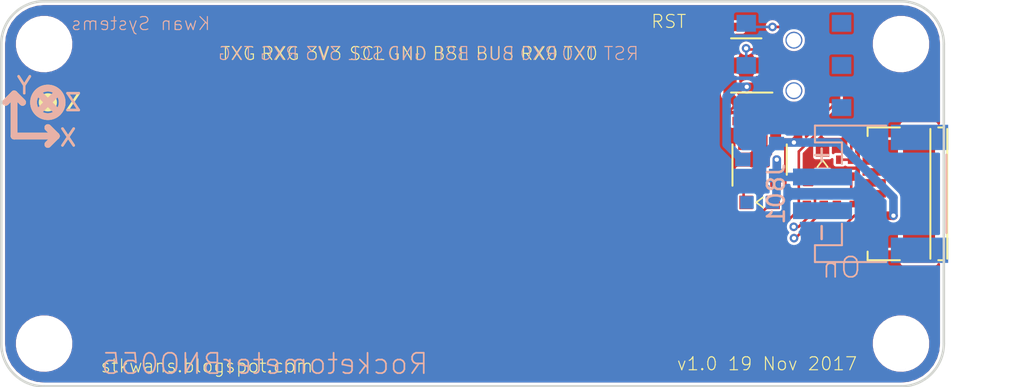
<source format=kicad_pcb>
(kicad_pcb (version 20170123) (host pcbnew no-vcs-found-84f1c8e~59~ubuntu17.04.1)

  (general
    (thickness 1.6)
    (drawings 33)
    (tracks 129)
    (zones 0)
    (modules 26)
    (nets 22)
  )

  (page A4)
  (layers
    (0 Top signal)
    (31 Bottom signal)
    (32 B.Adhes user hide)
    (33 F.Adhes user hide)
    (34 B.Paste user hide)
    (35 F.Paste user hide)
    (36 B.SilkS user)
    (37 F.SilkS user)
    (38 B.Mask user hide)
    (39 F.Mask user hide)
    (40 Dwgs.User user hide)
    (41 Cmts.User user hide)
    (42 Eco1.User user hide)
    (43 Eco2.User user hide)
    (44 Edge.Cuts user)
    (45 Margin user hide)
    (46 B.CrtYd user)
    (47 F.CrtYd user)
    (48 B.Fab user)
    (49 F.Fab user)
  )

  (setup
    (last_trace_width 0.508)
    (user_trace_width 0.254)
    (user_trace_width 0.508)
    (trace_clearance 0.1524)
    (zone_clearance 0.1524)
    (zone_45_only no)
    (trace_min 0.1524)
    (segment_width 0.2)
    (edge_width 0.15)
    (via_size 0.508)
    (via_drill 0.254)
    (via_min_size 0.508)
    (via_min_drill 0.254)
    (uvia_size 0.3)
    (uvia_drill 0.1)
    (uvias_allowed no)
    (uvia_min_size 0)
    (uvia_min_drill 0)
    (pcb_text_width 0.3)
    (pcb_text_size 1.5 1.5)
    (mod_edge_width 0.15)
    (mod_text_size 1 1)
    (mod_text_width 0.15)
    (pad_size 0.5 0.4)
    (pad_drill 0)
    (pad_to_mask_clearance 0)
    (aux_axis_origin 0 0)
    (visible_elements 7FFFFF7F)
    (pcbplotparams
      (layerselection 0x00030_ffffffff)
      (usegerberextensions false)
      (excludeedgelayer true)
      (linewidth 0.100000)
      (plotframeref false)
      (viasonmask false)
      (mode 1)
      (useauxorigin false)
      (hpglpennumber 1)
      (hpglpenspeed 20)
      (hpglpendiameter 15)
      (psnegative false)
      (psa4output false)
      (plotreference true)
      (plotvalue true)
      (plotinvisibletext false)
      (padsonsilk false)
      (subtractmaskfromsilk false)
      (outputformat 1)
      (mirror false)
      (drillshape 1)
      (scaleselection 1)
      (outputdirectory ""))
  )

  (net 0 "")
  (net 1 GND)
  (net 2 VCC)
  (net 3 /Regulator/BYP)
  (net 4 /Regulator/PWR_EN)
  (net 5 /GND)
  (net 6 /VLIPO)
  (net 7 /STAT+)
  (net 8 /STAT-)
  (net 9 /PROG)
  (net 10 /VBUS)
  (net 11 /VRAW)
  (net 12 /D+)
  (net 13 /D-)
  (net 14 /USB_LIGHT-)
  (net 15 /CONN_D-)
  (net 16 /CONN_D+)
  (net 17 "Net-(J601-Pad4)")
  (net 18 /CONNECT)
  (net 19 /VCC)
  (net 20 /USB_LIGHT+)
  (net 21 /ON)

  (net_class Default "This is the default net class."
    (clearance 0.1524)
    (trace_width 0.1524)
    (via_dia 0.508)
    (via_drill 0.254)
    (uvia_dia 0.3)
    (uvia_drill 0.1)
    (add_net /CONNECT)
    (add_net /CONN_D+)
    (add_net /CONN_D-)
    (add_net /D+)
    (add_net /D-)
    (add_net /GND)
    (add_net /ON)
    (add_net /PROG)
    (add_net /Regulator/BYP)
    (add_net /Regulator/PWR_EN)
    (add_net /STAT+)
    (add_net /STAT-)
    (add_net /USB_LIGHT+)
    (add_net /USB_LIGHT-)
    (add_net /VBUS)
    (add_net /VCC)
    (add_net /VLIPO)
    (add_net /VRAW)
    (add_net GND)
    (add_net "Net-(J601-Pad4)")
    (add_net VCC)
  )

  (module KwanSystems:SPARKFUN_JST_POWER (layer Bottom) (tedit 59905C57) (tstamp 59905B74)
    (at 178.562 90.17 270)
    (descr "JST PH series connector, S2B-PH-SM4-TB, side entry type, surface mount, Datasheet: http://www.jst-mfg.com/product/pdf/eng/ePH.pdf")
    (tags "connector jst ph")
    (path /598BF231)
    (attr smd)
    (fp_text reference J801 (at 0 5.625 270) (layer B.SilkS)
      (effects (font (size 1 1) (thickness 0.15)) (justify mirror))
    )
    (fp_text value "JST 2mm" (at 0 -5.375 270) (layer B.Fab)
      (effects (font (size 1 1) (thickness 0.15)) (justify mirror))
    )
    (fp_text user - (at 2.3 3 270) (layer B.SilkS)
      (effects (font (size 1 1) (thickness 0.15)) (justify mirror))
    )
    (fp_text user + (at -2.3 3 270) (layer B.SilkS)
      (effects (font (size 1 1) (thickness 0.15)) (justify mirror))
    )
    (fp_line (start -3.15 1.625) (end -3.15 3.225) (layer B.Fab) (width 0.1))
    (fp_line (start -3.15 3.225) (end -3.95 3.225) (layer B.Fab) (width 0.1))
    (fp_line (start -3.95 3.225) (end -3.95 -4.375) (layer B.Fab) (width 0.1))
    (fp_line (start -3.95 -4.375) (end 3.95 -4.375) (layer B.Fab) (width 0.1))
    (fp_line (start 3.95 -4.375) (end 3.95 3.225) (layer B.Fab) (width 0.1))
    (fp_line (start 3.95 3.225) (end 3.15 3.225) (layer B.Fab) (width 0.1))
    (fp_line (start 3.15 3.225) (end 3.15 1.625) (layer B.Fab) (width 0.1))
    (fp_line (start 3.15 1.625) (end -3.15 1.625) (layer B.Fab) (width 0.1))
    (fp_line (start -1.775 1.725) (end -3.05 1.725) (layer B.SilkS) (width 0.12))
    (fp_line (start -3.05 1.725) (end -3.05 3.325) (layer B.SilkS) (width 0.12))
    (fp_line (start -3.05 3.325) (end -4.05 3.325) (layer B.SilkS) (width 0.12))
    (fp_line (start -4.05 3.325) (end -4.05 -0.9) (layer B.SilkS) (width 0.12))
    (fp_line (start 4.05 -0.9) (end 4.05 3.325) (layer B.SilkS) (width 0.12))
    (fp_line (start 4.05 3.325) (end 3.05 3.325) (layer B.SilkS) (width 0.12))
    (fp_line (start 3.05 3.325) (end 3.05 1.725) (layer B.SilkS) (width 0.12))
    (fp_line (start 3.05 1.725) (end 1.775 1.725) (layer B.SilkS) (width 0.12))
    (fp_line (start -2.325 -4.475) (end 2.325 -4.475) (layer B.SilkS) (width 0.12))
    (fp_line (start -4.6 5.13) (end -4.6 -5.07) (layer B.CrtYd) (width 0.05))
    (fp_line (start -4.6 -5.07) (end 4.6 -5.07) (layer B.CrtYd) (width 0.05))
    (fp_line (start 4.6 -5.07) (end 4.6 5.13) (layer B.CrtYd) (width 0.05))
    (fp_line (start 4.6 5.13) (end -4.6 5.13) (layer B.CrtYd) (width 0.05))
    (fp_text user %R (at 0 -1.5 270) (layer B.Fab)
      (effects (font (size 1 1) (thickness 0.15)) (justify mirror))
    )
    (pad + smd rect (at -1 2.875 270) (size 1 3.5) (layers Bottom B.Paste B.Mask)
      (net 6 /VLIPO))
    (pad - smd rect (at 1 2.875 270) (size 1 3.5) (layers Bottom B.Paste B.Mask)
      (net 5 /GND))
    (pad "" smd rect (at -3.35 -2.875 270) (size 1.5 3.4) (layers Bottom B.Paste B.Mask))
    (pad "" smd rect (at 3.35 -2.875 270) (size 1.5 3.4) (layers Bottom B.Paste B.Mask))
    (model ${KISYS3DMOD}/Connectors_JST.3dshapes/JST_PH_S2B-PH-SM4-TB_02x2.00mm_Angled.wrl
      (at (xyz 0 0 0))
      (scale (xyz 1 1 1))
      (rotate (xyz 0 0 0))
    )
  )

  (module KwanSystems:SWITCH_DPDT_AZY0202 (layer Bottom) (tedit 5990664D) (tstamp 598CA536)
    (at 173.99 82.55 270)
    (path /598E8215/598BF237)
    (fp_text reference S701 (at 0 -0.5 270) (layer B.SilkS) hide
      (effects (font (size 1 1) (thickness 0.15)) (justify mirror))
    )
    (fp_text value SPDT (at 0 0.5 270) (layer B.Fab) hide
      (effects (font (size 1 1) (thickness 0.15)) (justify mirror))
    )
    (fp_line (start -3.6 -1.75) (end -3.6 1.75) (layer B.CrtYd) (width 0.15))
    (fp_line (start 3.6 -1.75) (end -3.6 -1.75) (layer B.CrtYd) (width 0.15))
    (fp_line (start 3.6 1.75) (end 3.6 -1.75) (layer B.CrtYd) (width 0.15))
    (fp_line (start -3.6 1.75) (end 3.6 1.75) (layer B.CrtYd) (width 0.15))
    (pad "" np_thru_hole circle (at -1.5 0 270) (size 1 1) (drill 0.85) (layers *.Cu *.Mask))
    (pad 4 smd rect (at -2.5 -2.825 270) (size 1 1.15) (layers Bottom B.Paste B.Mask))
    (pad 5 smd rect (at 0 -2.825 270) (size 1 1.15) (layers Bottom B.Paste B.Mask))
    (pad 3 smd rect (at 2.5 2.825 270) (size 1 1.15) (layers Bottom B.Paste B.Mask)
      (net 1 GND))
    (pad 6 smd rect (at 2.5 -2.825 270) (size 1 1.15) (layers Bottom B.Paste B.Mask))
    (pad 2 smd rect (at 0 2.825 270) (size 1 1.15) (layers Bottom B.Paste B.Mask)
      (net 4 /Regulator/PWR_EN))
    (pad 1 smd rect (at -2.5 2.825 270) (size 1 1.15) (layers Bottom B.Paste B.Mask)
      (net 11 /VRAW))
    (pad "" np_thru_hole circle (at 1.5 0 270) (size 1 1) (drill 0.85) (layers *.Cu *.Mask))
  )

  (module STAND-OFF-TIGHT (layer Top) (tedit 598BF9B1) (tstamp 598BF1B2)
    (at 129.54 99.06)
    (descr "<b>Stand Off</b><p>\nThis is the mechanical footprint for a #4 phillips button head screw. Use the keepout ring to avoid running the screw head into surrounding components. SKU : PRT-00447")
    (fp_text reference JP1 (at 0 0) (layer F.SilkS) hide
      (effects (font (thickness 0.15)))
    )
    (fp_text value STAND-OFFTIGHT (at 0 0) (layer F.SilkS) hide
      (effects (font (thickness 0.15)))
    )
    (fp_circle (center 0 0) (end 0 0) (layer Dwgs.User) (width 0.127))
    (fp_arc (start 0 0) (end 0 0) (angle 180) (layer Dwgs.User) (width 0.2032))
    (fp_arc (start 0 0) (end 0 0) (angle -180) (layer Dwgs.User) (width 0.2032))
    (fp_arc (start 0 0) (end 0 0) (angle 180) (layer Dwgs.User) (width 0.2032))
    (fp_arc (start 0 0) (end 0 0) (angle 180) (layer Dwgs.User) (width 0.2032))
    (pad "" np_thru_hole circle (at 0 0) (size 3.048 3.048) (drill 3.048) (layers *.Cu))
  )

  (module STAND-OFF-TIGHT (layer Top) (tedit 0) (tstamp 598BF1E2)
    (at 129.54 81.28)
    (descr "<b>Stand Off</b><p>\nThis is the mechanical footprint for a #4 phillips button head screw. Use the keepout ring to avoid running the screw head into surrounding components. SKU : PRT-00447")
    (fp_text reference JP2 (at 0 0) (layer F.SilkS) hide
      (effects (font (thickness 0.15)))
    )
    (fp_text value STAND-OFFTIGHT (at 0 0) (layer F.SilkS) hide
      (effects (font (thickness 0.15)))
    )
    (fp_circle (center 0 0) (end 0 0) (layer Dwgs.User) (width 0.127))
    (fp_arc (start 0 0) (end 0 0) (angle 180) (layer Dwgs.User) (width 0.2032))
    (fp_arc (start 0 0) (end 0 0) (angle -180) (layer Dwgs.User) (width 0.2032))
    (fp_arc (start 0 0) (end 0 0) (angle 180) (layer Dwgs.User) (width 0.2032))
    (fp_arc (start 0 0) (end 0 0) (angle 180) (layer Dwgs.User) (width 0.2032))
    (pad "" np_thru_hole circle (at 0 0) (size 3.048 3.048) (drill 3.048) (layers *.Cu))
  )

  (module STAND-OFF-TIGHT (layer Top) (tedit 0) (tstamp 598BF29C)
    (at 180.34 99.06)
    (descr "<b>Stand Off</b><p>\nThis is the mechanical footprint for a #4 phillips button head screw. Use the keepout ring to avoid running the screw head into surrounding components. SKU : PRT-00447")
    (fp_text reference JP4 (at 0 0) (layer F.SilkS) hide
      (effects (font (thickness 0.15)))
    )
    (fp_text value STAND-OFFTIGHT (at 0 0) (layer F.SilkS) hide
      (effects (font (thickness 0.15)))
    )
    (fp_circle (center 0 0) (end 0 0) (layer Dwgs.User) (width 0.127))
    (fp_arc (start 0 0) (end 0 0) (angle 180) (layer Dwgs.User) (width 0.2032))
    (fp_arc (start 0 0) (end 0 0) (angle -180) (layer Dwgs.User) (width 0.2032))
    (fp_arc (start 0 0) (end 0 0) (angle 180) (layer Dwgs.User) (width 0.2032))
    (fp_arc (start 0 0) (end 0 0) (angle 180) (layer Dwgs.User) (width 0.2032))
    (pad "" np_thru_hole circle (at 0 0) (size 3.048 3.048) (drill 3.048) (layers *.Cu))
  )

  (module STAND-OFF-TIGHT (layer Top) (tedit 0) (tstamp 598BF2A5)
    (at 180.34 81.28)
    (descr "<b>Stand Off</b><p>\nThis is the mechanical footprint for a #4 phillips button head screw. Use the keepout ring to avoid running the screw head into surrounding components. SKU : PRT-00447")
    (fp_text reference JP5 (at 0 0) (layer F.SilkS) hide
      (effects (font (thickness 0.15)))
    )
    (fp_text value STAND-OFFTIGHT (at 0 0) (layer F.SilkS) hide
      (effects (font (thickness 0.15)))
    )
    (fp_circle (center 0 0) (end 0 0) (layer Dwgs.User) (width 0.127))
    (fp_arc (start 0 0) (end 0 0) (angle 180) (layer Dwgs.User) (width 0.2032))
    (fp_arc (start 0 0) (end 0 0) (angle -180) (layer Dwgs.User) (width 0.2032))
    (fp_arc (start 0 0) (end 0 0) (angle 180) (layer Dwgs.User) (width 0.2032))
    (fp_arc (start 0 0) (end 0 0) (angle 180) (layer Dwgs.User) (width 0.2032))
    (pad "" np_thru_hole circle (at 0 0) (size 3.048 3.048) (drill 3.048) (layers *.Cu))
  )

  (module KwanSystems:SMD_0402 (layer Top) (tedit 5990660F) (tstamp 598CA3F3)
    (at 173.99 82.55 180)
    (descr "Capacitor SMD 0402, reflow soldering, AVX (see smccp.pdf)")
    (tags "capacitor 0402")
    (path /598E8215/598BF239)
    (attr smd)
    (fp_text reference C704 (at 0 0 180) (layer F.Fab)
      (effects (font (size 0.2 0.2) (thickness 0.015)))
    )
    (fp_text value 1uF (at 0 -0.4 180) (layer F.Fab)
      (effects (font (size 0.127 0.127) (thickness 0.015)))
    )
    (fp_line (start 1 0.4) (end -1 0.4) (layer F.CrtYd) (width 0.05))
    (fp_line (start 1 0.4) (end 1 -0.4) (layer F.CrtYd) (width 0.05))
    (fp_line (start -1 -0.4) (end -1 0.4) (layer F.CrtYd) (width 0.05))
    (fp_line (start -1 -0.4) (end 1 -0.4) (layer F.CrtYd) (width 0.05))
    (fp_line (start -0.5 -0.25) (end 0.5 -0.25) (layer F.Fab) (width 0.1))
    (fp_line (start 0.5 -0.25) (end 0.5 0.25) (layer F.Fab) (width 0.1))
    (fp_line (start 0.5 0.25) (end -0.5 0.25) (layer F.Fab) (width 0.1))
    (fp_line (start -0.5 0.25) (end -0.5 -0.25) (layer F.Fab) (width 0.1))
    (pad 2 smd rect (at 0.55 0 180) (size 0.6 0.5) (layers Top F.Paste F.Mask)
      (net 1 GND))
    (pad 1 smd rect (at -0.55 0 180) (size 0.6 0.5) (layers Top F.Paste F.Mask)
      (net 11 /VRAW))
    (model Capacitors_SMD.3dshapes/C_0402.wrl
      (at (xyz 0 0 0))
      (scale (xyz 1 1 1))
      (rotate (xyz 0 0 0))
    )
  )

  (module KwanSystems:SMD_0402 (layer Top) (tedit 598F0BF3) (tstamp 598CA3F9)
    (at 171.196 80.264)
    (descr "Capacitor SMD 0402, reflow soldering, AVX (see smccp.pdf)")
    (tags "capacitor 0402")
    (path /598E8215/598BF23A)
    (attr smd)
    (fp_text reference C714 (at 0 0) (layer F.Fab)
      (effects (font (size 0.2 0.2) (thickness 0.015)))
    )
    (fp_text value 100nF (at 0 -0.4) (layer F.Fab)
      (effects (font (size 0.127 0.127) (thickness 0.015)))
    )
    (fp_line (start 1 0.4) (end -1 0.4) (layer F.CrtYd) (width 0.05))
    (fp_line (start 1 0.4) (end 1 -0.4) (layer F.CrtYd) (width 0.05))
    (fp_line (start -1 -0.4) (end -1 0.4) (layer F.CrtYd) (width 0.05))
    (fp_line (start -1 -0.4) (end 1 -0.4) (layer F.CrtYd) (width 0.05))
    (fp_line (start -0.5 -0.25) (end 0.5 -0.25) (layer F.Fab) (width 0.1))
    (fp_line (start 0.5 -0.25) (end 0.5 0.25) (layer F.Fab) (width 0.1))
    (fp_line (start 0.5 0.25) (end -0.5 0.25) (layer F.Fab) (width 0.1))
    (fp_line (start -0.5 0.25) (end -0.5 -0.25) (layer F.Fab) (width 0.1))
    (pad 2 smd rect (at 0.55 0) (size 0.6 0.5) (layers Top F.Paste F.Mask)
      (net 1 GND))
    (pad 1 smd rect (at -0.55 0) (size 0.6 0.5) (layers Top F.Paste F.Mask)
      (net 3 /Regulator/BYP))
    (model Capacitors_SMD.3dshapes/C_0402.wrl
      (at (xyz 0 0 0))
      (scale (xyz 1 1 1))
      (rotate (xyz 0 0 0))
    )
  )

  (module KwanSystems:SMD_0402 (layer Top) (tedit 598F0C0A) (tstamp 598CA3FF)
    (at 171.196 84.836)
    (descr "Capacitor SMD 0402, reflow soldering, AVX (see smccp.pdf)")
    (tags "capacitor 0402")
    (path /598E8215/598BF23B)
    (attr smd)
    (fp_text reference C715 (at 0 0) (layer F.Fab)
      (effects (font (size 0.2 0.2) (thickness 0.015)))
    )
    (fp_text value 4.7nF (at 0 -0.4) (layer F.Fab)
      (effects (font (size 0.127 0.127) (thickness 0.015)))
    )
    (fp_line (start 1 0.4) (end -1 0.4) (layer F.CrtYd) (width 0.05))
    (fp_line (start 1 0.4) (end 1 -0.4) (layer F.CrtYd) (width 0.05))
    (fp_line (start -1 -0.4) (end -1 0.4) (layer F.CrtYd) (width 0.05))
    (fp_line (start -1 -0.4) (end 1 -0.4) (layer F.CrtYd) (width 0.05))
    (fp_line (start -0.5 -0.25) (end 0.5 -0.25) (layer F.Fab) (width 0.1))
    (fp_line (start 0.5 -0.25) (end 0.5 0.25) (layer F.Fab) (width 0.1))
    (fp_line (start 0.5 0.25) (end -0.5 0.25) (layer F.Fab) (width 0.1))
    (fp_line (start -0.5 0.25) (end -0.5 -0.25) (layer F.Fab) (width 0.1))
    (pad 2 smd rect (at 0.55 0) (size 0.6 0.5) (layers Top F.Paste F.Mask)
      (net 1 GND))
    (pad 1 smd rect (at -0.55 0) (size 0.6 0.5) (layers Top F.Paste F.Mask)
      (net 2 VCC))
    (model Capacitors_SMD.3dshapes/C_0402.wrl
      (at (xyz 0 0 0))
      (scale (xyz 1 1 1))
      (rotate (xyz 0 0 0))
    )
  )

  (module TO_SOT_Packages_SMD:SOT-23-5 (layer Top) (tedit 59906604) (tstamp 598CA556)
    (at 171.165 82.55 180)
    (descr "5-pin SOT23 package")
    (tags SOT-23-5)
    (path /598E8215/598BF238)
    (attr smd)
    (fp_text reference U701 (at 0.477 -0.508 180) (layer F.Fab)
      (effects (font (size 0.2 0.2) (thickness 0.015)))
    )
    (fp_text value 3.3V (at 0.477 0.508 180) (layer F.Fab)
      (effects (font (size 0.2 0.2) (thickness 0.015)))
    )
    (fp_text user %R (at 0.477 -0.508) (layer F.Fab)
      (effects (font (size 0.2 0.2) (thickness 0.015)))
    )
    (fp_line (start -0.9 1.61) (end 0.9 1.61) (layer F.SilkS) (width 0.12))
    (fp_line (start 0.9 -1.61) (end -1.55 -1.61) (layer F.SilkS) (width 0.12))
    (fp_line (start -1.9 -1.8) (end 1.9 -1.8) (layer F.CrtYd) (width 0.05))
    (fp_line (start 1.9 -1.8) (end 1.9 1.8) (layer F.CrtYd) (width 0.05))
    (fp_line (start 1.9 1.8) (end -1.9 1.8) (layer F.CrtYd) (width 0.05))
    (fp_line (start -1.9 1.8) (end -1.9 -1.8) (layer F.CrtYd) (width 0.05))
    (fp_line (start -0.9 -0.9) (end -0.25 -1.55) (layer F.Fab) (width 0.1))
    (fp_line (start 0.9 -1.55) (end -0.25 -1.55) (layer F.Fab) (width 0.1))
    (fp_line (start -0.9 -0.9) (end -0.9 1.55) (layer F.Fab) (width 0.1))
    (fp_line (start 0.9 1.55) (end -0.9 1.55) (layer F.Fab) (width 0.1))
    (fp_line (start 0.9 -1.55) (end 0.9 1.55) (layer F.Fab) (width 0.1))
    (pad 1 smd rect (at -1.1 -0.95 180) (size 1.06 0.65) (layers Top F.Paste F.Mask)
      (net 11 /VRAW))
    (pad 2 smd rect (at -1.1 0 180) (size 1.06 0.65) (layers Top F.Paste F.Mask)
      (net 1 GND))
    (pad 3 smd rect (at -1.1 0.95 180) (size 1.06 0.65) (layers Top F.Paste F.Mask)
      (net 4 /Regulator/PWR_EN))
    (pad 4 smd rect (at 1.1 0.95 180) (size 1.06 0.65) (layers Top F.Paste F.Mask)
      (net 3 /Regulator/BYP))
    (pad 5 smd rect (at 1.1 -0.95 180) (size 1.06 0.65) (layers Top F.Paste F.Mask)
      (net 2 VCC))
    (model ${KISYS3DMOD}/TO_SOT_Packages_SMD.3dshapes/SOT-23-5.wrl
      (at (xyz 0 0 0))
      (scale (xyz 1 1 1))
      (rotate (xyz 0 0 0))
    )
  )

  (module KwanSystems:Axis (layer Top) (tedit 590A7BBF) (tstamp 598CB4A0)
    (at 127.762 86.741)
    (descr "Built for the MPU-9250 using guidelines found in http://cds.linear.com/docs/en/packaging/Carsem%20MLP%20users%20guide.pdf")
    (fp_text reference U501 (at -1.3 1.5) (layer F.Fab) hide
      (effects (font (size 0.77216 0.77216) (thickness 0.065024)) (justify left bottom))
    )
    (fp_text value MPU9250 (at -1.8 2.75) (layer F.SilkS) hide
      (effects (font (size 0.77216 0.77216) (thickness 0.065024)) (justify left bottom))
    )
    (fp_line (start -0.5 -2) (end 0 -2.5) (layer F.SilkS) (width 0.4))
    (fp_line (start 0 -2.5) (end 0.5 -2) (layer F.SilkS) (width 0.4))
    (fp_line (start 0.5 -2) (end 0 -2.5) (layer F.SilkS) (width 0.4))
    (fp_line (start 0 -2.5) (end 0 0) (layer F.SilkS) (width 0.4))
    (fp_line (start 0 0) (end 2.5 0) (layer F.SilkS) (width 0.4))
    (fp_line (start 2.5 0) (end 2 -0.5) (layer F.SilkS) (width 0.4))
    (fp_line (start 2 -0.5) (end 2.5 0) (layer F.SilkS) (width 0.4))
    (fp_line (start 2.5 0) (end 2 0.5) (layer F.SilkS) (width 0.4))
    (fp_text user Y (at 0.6 -3) (layer F.SilkS)
      (effects (font (size 1 1) (thickness 0.15)))
    )
    (fp_text user X (at 3.2 0.1) (layer F.SilkS)
      (effects (font (size 1 1) (thickness 0.15)))
    )
    (fp_circle (center 2 -2) (end 2.6 -1.4) (layer F.SilkS) (width 0.4))
    (fp_circle (center 2 -2) (end 2.1 -1.9) (layer F.SilkS) (width 0.4))
    (fp_text user Z (at 3.5 -2) (layer F.SilkS)
      (effects (font (size 1 1) (thickness 0.15)))
    )
    (fp_line (start -0.5 -2) (end 0 -2.5) (layer B.SilkS) (width 0.4))
    (fp_line (start 0 -2.5) (end 0.5 -2) (layer B.SilkS) (width 0.4))
    (fp_line (start 0.5 -2) (end 0 -2.5) (layer B.SilkS) (width 0.4))
    (fp_line (start 0 -2.5) (end 0 0) (layer B.SilkS) (width 0.4))
    (fp_line (start 0 0) (end 2.5 0) (layer B.SilkS) (width 0.4))
    (fp_line (start 2.5 0) (end 2 -0.5) (layer B.SilkS) (width 0.4))
    (fp_line (start 2 -0.5) (end 2.5 0) (layer B.SilkS) (width 0.4))
    (fp_line (start 2.5 0) (end 2 0.5) (layer B.SilkS) (width 0.4))
    (fp_text user X (at 3.2 0.1) (layer B.SilkS)
      (effects (font (size 1 1) (thickness 0.15)) (justify mirror))
    )
    (fp_text user Y (at 0.6 -3) (layer B.SilkS)
      (effects (font (size 1 1) (thickness 0.15)) (justify mirror))
    )
    (fp_text user Z (at 3.5 -2) (layer B.SilkS)
      (effects (font (size 1 1) (thickness 0.15)) (justify mirror))
    )
    (fp_circle (center 2 -2) (end 2.6 -1.4) (layer B.SilkS) (width 0.4))
    (fp_line (start 1.4 -2.6) (end 2.6 -1.4) (layer B.SilkS) (width 0.4))
    (fp_line (start 2.6 -2.6) (end 1.4 -1.4) (layer B.SilkS) (width 0.4))
  )

  (module KwanSystems:SMD_0603 (layer Top) (tedit 590965EB) (tstamp 59905B22)
    (at 173.482 85.852 180)
    (descr "Capacitor SMD 0603, reflow soldering, AVX (see smccp.pdf)")
    (tags "capacitor 0603")
    (path /598BF22C)
    (attr smd)
    (fp_text reference C802 (at 0 -0.2 180) (layer F.Fab)
      (effects (font (size 0.2 0.2) (thickness 0.015)))
    )
    (fp_text value 4.7uF (at 0 0.2 180) (layer F.Fab)
      (effects (font (size 0.2 0.2) (thickness 0.015)))
    )
    (fp_line (start -0.8 0.4) (end -0.8 -0.4) (layer F.Fab) (width 0.1))
    (fp_line (start 0.8 0.4) (end -0.8 0.4) (layer F.Fab) (width 0.1))
    (fp_line (start 0.8 -0.4) (end 0.8 0.4) (layer F.Fab) (width 0.1))
    (fp_line (start -0.8 -0.4) (end 0.8 -0.4) (layer F.Fab) (width 0.1))
    (fp_line (start -1.4 -0.65) (end 1.4 -0.65) (layer F.CrtYd) (width 0.05))
    (fp_line (start -1.4 -0.65) (end -1.4 0.65) (layer F.CrtYd) (width 0.05))
    (fp_line (start 1.4 0.65) (end 1.4 -0.65) (layer F.CrtYd) (width 0.05))
    (fp_line (start 1.4 0.65) (end -1.4 0.65) (layer F.CrtYd) (width 0.05))
    (pad 1 smd rect (at -0.75 0 180) (size 0.8 0.75) (layers Top F.Paste F.Mask)
      (net 10 /VBUS))
    (pad 2 smd rect (at 0.75 0 180) (size 0.8 0.75) (layers Top F.Paste F.Mask)
      (net 5 /GND))
    (model Capacitors_SMD.3dshapes/C_0603.wrl
      (at (xyz 0 0 0))
      (scale (xyz 1 1 1))
      (rotate (xyz 0 0 0))
    )
  )

  (module KwanSystems:SMD_0603 (layer Bottom) (tedit 590965EB) (tstamp 59905B30)
    (at 171.958 90.678 180)
    (descr "Capacitor SMD 0603, reflow soldering, AVX (see smccp.pdf)")
    (tags "capacitor 0603")
    (path /598BF232)
    (attr smd)
    (fp_text reference C803 (at 0 0.2 180) (layer B.Fab)
      (effects (font (size 0.2 0.2) (thickness 0.015)) (justify mirror))
    )
    (fp_text value 4.7uF (at 0 -0.2 180) (layer B.Fab)
      (effects (font (size 0.2 0.2) (thickness 0.015)) (justify mirror))
    )
    (fp_line (start 1.4 -0.65) (end -1.4 -0.65) (layer B.CrtYd) (width 0.05))
    (fp_line (start 1.4 -0.65) (end 1.4 0.65) (layer B.CrtYd) (width 0.05))
    (fp_line (start -1.4 0.65) (end -1.4 -0.65) (layer B.CrtYd) (width 0.05))
    (fp_line (start -1.4 0.65) (end 1.4 0.65) (layer B.CrtYd) (width 0.05))
    (fp_line (start -0.8 0.4) (end 0.8 0.4) (layer B.Fab) (width 0.1))
    (fp_line (start 0.8 0.4) (end 0.8 -0.4) (layer B.Fab) (width 0.1))
    (fp_line (start 0.8 -0.4) (end -0.8 -0.4) (layer B.Fab) (width 0.1))
    (fp_line (start -0.8 -0.4) (end -0.8 0.4) (layer B.Fab) (width 0.1))
    (pad 2 smd rect (at 0.75 0 180) (size 0.8 0.75) (layers Bottom B.Paste B.Mask)
      (net 5 /GND))
    (pad 1 smd rect (at -0.75 0 180) (size 0.8 0.75) (layers Bottom B.Paste B.Mask)
      (net 6 /VLIPO))
    (model Capacitors_SMD.3dshapes/C_0603.wrl
      (at (xyz 0 0 0))
      (scale (xyz 1 1 1))
      (rotate (xyz 0 0 0))
    )
  )

  (module KwanSystems:D_0603 (layer Top) (tedit 59096247) (tstamp 59905B40)
    (at 171.958 90.678)
    (descr "LED 0603 smd package")
    (tags "LED led 0603 SMD smd SMT smt smdled SMDLED smtled SMTLED")
    (path /598BF22E)
    (attr smd)
    (fp_text reference D801 (at 1.2 -0.5) (layer F.Fab)
      (effects (font (size 0.2 0.2) (thickness 0.015)))
    )
    (fp_text value YELLOW (at 1.1 0.5) (layer F.Fab)
      (effects (font (size 0.2 0.2) (thickness 0.015)))
    )
    (fp_line (start -0.2 0) (end 0.2 -0.3) (layer F.SilkS) (width 0.1))
    (fp_line (start 0.2 0.3) (end -0.2 0) (layer F.SilkS) (width 0.1))
    (fp_line (start 0.8 0.4) (end -0.8 0.4) (layer F.Fab) (width 0.1))
    (fp_line (start 0.8 -0.4) (end 0.8 0.4) (layer F.Fab) (width 0.1))
    (fp_line (start -0.8 -0.4) (end 0.8 -0.4) (layer F.Fab) (width 0.1))
    (fp_line (start -0.8 0.4) (end -0.8 -0.4) (layer F.Fab) (width 0.1))
    (fp_line (start 1.45 -0.65) (end 1.45 0.65) (layer F.CrtYd) (width 0.05))
    (fp_line (start 1.45 0.65) (end -1.45 0.65) (layer F.CrtYd) (width 0.05))
    (fp_line (start -1.45 0.65) (end -1.45 -0.65) (layer F.CrtYd) (width 0.05))
    (fp_line (start -1.45 -0.65) (end 1.45 -0.65) (layer F.CrtYd) (width 0.05))
    (pad 2 smd rect (at 0.8 0 180) (size 0.8 0.8) (layers Top F.Paste F.Mask)
      (net 7 /STAT+))
    (pad 1 smd rect (at -0.8 0 180) (size 0.8 0.8) (layers Top F.Paste F.Mask)
      (net 8 /STAT-))
    (model LEDs.3dshapes/LED_0603.wrl
      (at (xyz 0 0 0))
      (scale (xyz 1 1 1))
      (rotate (xyz 0 0 180))
    )
  )

  (module KwanSystems:SOT-23 (layer Bottom) (tedit 59742048) (tstamp 59905B53)
    (at 171.958 88.138 180)
    (descr "SOT-23, Standard")
    (tags SOT-23)
    (path /598BF233)
    (attr smd)
    (fp_text reference D802 (at 0 0 90) (layer B.SilkS) hide
      (effects (font (size 0.5 0.5) (thickness 0.075)) (justify mirror))
    )
    (fp_text value DCC (at -0.90424 0.01016 90) (layer B.Fab)
      (effects (font (size 0.2 0.2) (thickness 0.015)) (justify mirror))
    )
    (fp_text user D (at 0.4 0 90) (layer B.Fab)
      (effects (font (size 0.2 0.2) (thickness 0.015)) (justify mirror))
    )
    (fp_text user %R (at 0 0 90) (layer B.Fab)
      (effects (font (size 0.5 0.5) (thickness 0.075)) (justify mirror))
    )
    (fp_line (start -0.7 1.5) (end -0.7 -1.5) (layer B.Fab) (width 0.1))
    (fp_line (start -0.7 1.52) (end 0.7 1.52) (layer B.Fab) (width 0.1))
    (fp_line (start 0.7 1.52) (end 0.7 -1.52) (layer B.Fab) (width 0.1))
    (fp_line (start -0.7 -1.52) (end 0.7 -1.52) (layer B.Fab) (width 0.1))
    (fp_line (start -1.7 1.75) (end 1.7 1.75) (layer B.CrtYd) (width 0.05))
    (fp_line (start 1.7 1.75) (end 1.7 -1.75) (layer B.CrtYd) (width 0.05))
    (fp_line (start 1.7 -1.75) (end -1.7 -1.75) (layer B.CrtYd) (width 0.05))
    (fp_line (start -1.7 -1.75) (end -1.7 1.75) (layer B.CrtYd) (width 0.05))
    (fp_text user S (at -0.4 -1 90) (layer B.Fab)
      (effects (font (size 0.2 0.2) (thickness 0.015)) (justify mirror))
    )
    (fp_text user G (at -0.4 1 90) (layer B.Fab)
      (effects (font (size 0.2 0.2) (thickness 0.015)) (justify mirror))
    )
    (pad 1 smd rect (at -1 0.95 180) (size 0.9 0.8) (layers Bottom B.Paste B.Mask)
      (net 10 /VBUS))
    (pad 2 smd rect (at -1 -0.95 180) (size 0.9 0.8) (layers Bottom B.Paste B.Mask)
      (net 6 /VLIPO))
    (pad 3 smd rect (at 1 0 180) (size 0.9 0.8) (layers Bottom B.Paste B.Mask)
      (net 11 /VRAW))
    (model ${KISYS3DMOD}/TO_SOT_Packages_SMD.3dshapes/SOT-23.wrl
      (at (xyz 0 0 0))
      (scale (xyz 1 1 1))
      (rotate (xyz 0 0 90))
    )
  )

  (module KwanSystems:SMD_0402 (layer Top) (tedit 59095EAF) (tstamp 59905B82)
    (at 171.196 85.852 180)
    (descr "Capacitor SMD 0402, reflow soldering, AVX (see smccp.pdf)")
    (tags "capacitor 0402")
    (path /598BF230)
    (attr smd)
    (fp_text reference R801 (at 0 0 180) (layer F.Fab)
      (effects (font (size 0.2 0.2) (thickness 0.015)))
    )
    (fp_text value 10k (at 0 -0.4 180) (layer F.Fab)
      (effects (font (size 0.127 0.127) (thickness 0.015)))
    )
    (fp_line (start -0.5 0.25) (end -0.5 -0.25) (layer F.Fab) (width 0.1))
    (fp_line (start 0.5 0.25) (end -0.5 0.25) (layer F.Fab) (width 0.1))
    (fp_line (start 0.5 -0.25) (end 0.5 0.25) (layer F.Fab) (width 0.1))
    (fp_line (start -0.5 -0.25) (end 0.5 -0.25) (layer F.Fab) (width 0.1))
    (fp_line (start -1 -0.4) (end 1 -0.4) (layer F.CrtYd) (width 0.05))
    (fp_line (start -1 -0.4) (end -1 0.4) (layer F.CrtYd) (width 0.05))
    (fp_line (start 1 0.4) (end 1 -0.4) (layer F.CrtYd) (width 0.05))
    (fp_line (start 1 0.4) (end -1 0.4) (layer F.CrtYd) (width 0.05))
    (pad 1 smd rect (at -0.55 0 180) (size 0.6 0.5) (layers Top F.Paste F.Mask)
      (net 5 /GND))
    (pad 2 smd rect (at 0.55 0 180) (size 0.6 0.5) (layers Top F.Paste F.Mask)
      (net 9 /PROG))
    (model Capacitors_SMD.3dshapes/C_0402.wrl
      (at (xyz 0 0 0))
      (scale (xyz 1 1 1))
      (rotate (xyz 0 0 0))
    )
  )

  (module KwanSystems:SMD_0402 (layer Top) (tedit 59095EAF) (tstamp 59905B90)
    (at 171.916 91.948 180)
    (descr "Capacitor SMD 0402, reflow soldering, AVX (see smccp.pdf)")
    (tags "capacitor 0402")
    (path /598BF22D)
    (attr smd)
    (fp_text reference R804 (at 0 0 180) (layer F.Fab)
      (effects (font (size 0.2 0.2) (thickness 0.015)))
    )
    (fp_text value 1.5k (at 0 -0.4 180) (layer F.Fab)
      (effects (font (size 0.127 0.127) (thickness 0.015)))
    )
    (fp_line (start 1 0.4) (end -1 0.4) (layer F.CrtYd) (width 0.05))
    (fp_line (start 1 0.4) (end 1 -0.4) (layer F.CrtYd) (width 0.05))
    (fp_line (start -1 -0.4) (end -1 0.4) (layer F.CrtYd) (width 0.05))
    (fp_line (start -1 -0.4) (end 1 -0.4) (layer F.CrtYd) (width 0.05))
    (fp_line (start -0.5 -0.25) (end 0.5 -0.25) (layer F.Fab) (width 0.1))
    (fp_line (start 0.5 -0.25) (end 0.5 0.25) (layer F.Fab) (width 0.1))
    (fp_line (start 0.5 0.25) (end -0.5 0.25) (layer F.Fab) (width 0.1))
    (fp_line (start -0.5 0.25) (end -0.5 -0.25) (layer F.Fab) (width 0.1))
    (pad 2 smd rect (at 0.55 0 180) (size 0.6 0.5) (layers Top F.Paste F.Mask)
      (net 7 /STAT+))
    (pad 1 smd rect (at -0.55 0 180) (size 0.6 0.5) (layers Top F.Paste F.Mask)
      (net 10 /VBUS))
    (model Capacitors_SMD.3dshapes/C_0402.wrl
      (at (xyz 0 0 0))
      (scale (xyz 1 1 1))
      (rotate (xyz 0 0 0))
    )
  )

  (module TO_SOT_Packages_SMD:SOT-23-5 (layer Top) (tedit 59906369) (tstamp 59905BA5)
    (at 171.958 88.138 90)
    (descr "5-pin SOT23 package")
    (tags SOT-23-5)
    (path /598BF22F)
    (attr smd)
    (fp_text reference U801 (at 0 -2.9 90) (layer F.SilkS) hide
      (effects (font (size 1 1) (thickness 0.15)))
    )
    (fp_text value MCP73831 (at 0 2.9 90) (layer F.Fab)
      (effects (font (size 1 1) (thickness 0.15)))
    )
    (fp_line (start 0.9 -1.55) (end 0.9 1.55) (layer F.Fab) (width 0.1))
    (fp_line (start 0.9 1.55) (end -0.9 1.55) (layer F.Fab) (width 0.1))
    (fp_line (start -0.9 -0.9) (end -0.9 1.55) (layer F.Fab) (width 0.1))
    (fp_line (start 0.9 -1.55) (end -0.25 -1.55) (layer F.Fab) (width 0.1))
    (fp_line (start -0.9 -0.9) (end -0.25 -1.55) (layer F.Fab) (width 0.1))
    (fp_line (start -1.9 1.8) (end -1.9 -1.8) (layer F.CrtYd) (width 0.05))
    (fp_line (start 1.9 1.8) (end -1.9 1.8) (layer F.CrtYd) (width 0.05))
    (fp_line (start 1.9 -1.8) (end 1.9 1.8) (layer F.CrtYd) (width 0.05))
    (fp_line (start -1.9 -1.8) (end 1.9 -1.8) (layer F.CrtYd) (width 0.05))
    (fp_line (start 0.9 -1.61) (end -1.55 -1.61) (layer F.SilkS) (width 0.12))
    (fp_line (start -0.9 1.61) (end 0.9 1.61) (layer F.SilkS) (width 0.12))
    (fp_text user %R (at 0 0 180) (layer F.Fab)
      (effects (font (size 0.5 0.5) (thickness 0.075)))
    )
    (pad 5 smd rect (at 1.1 -0.95 90) (size 1.06 0.65) (layers Top F.Paste F.Mask)
      (net 9 /PROG))
    (pad 4 smd rect (at 1.1 0.95 90) (size 1.06 0.65) (layers Top F.Paste F.Mask)
      (net 10 /VBUS))
    (pad 3 smd rect (at -1.1 0.95 90) (size 1.06 0.65) (layers Top F.Paste F.Mask)
      (net 6 /VLIPO))
    (pad 2 smd rect (at -1.1 0 90) (size 1.06 0.65) (layers Top F.Paste F.Mask)
      (net 5 /GND))
    (pad 1 smd rect (at -1.1 -0.95 90) (size 1.06 0.65) (layers Top F.Paste F.Mask)
      (net 8 /STAT-))
    (model ${KISYS3DMOD}/TO_SOT_Packages_SMD.3dshapes/SOT-23-5.wrl
      (at (xyz 0 0 0))
      (scale (xyz 1 1 1))
      (rotate (xyz 0 0 0))
    )
  )

  (module KwanSystems:R_Array_Convex_2x0402 (layer Top) (tedit 59096677) (tstamp 59906945)
    (at 175.26 90.424 180)
    (descr "Chip Resistor Network, ROHM MNR02 (see mnr_g.pdf)")
    (tags "resistor array")
    (path /598E6BE6)
    (attr smd)
    (fp_text reference C623 (at 0 -0.5 180) (layer F.Fab)
      (effects (font (size 0.2 0.2) (thickness 0.015)))
    )
    (fp_text value 22pF (at 0 0.5 180) (layer F.Fab)
      (effects (font (size 0.2 0.2) (thickness 0.015)))
    )
    (fp_line (start 1 0.95) (end -1 0.95) (layer F.CrtYd) (width 0.05))
    (fp_line (start 1 0.95) (end 1 -0.95) (layer F.CrtYd) (width 0.05))
    (fp_line (start -1 -0.95) (end -1 0.95) (layer F.CrtYd) (width 0.05))
    (fp_line (start -1 -0.95) (end 1 -0.95) (layer F.CrtYd) (width 0.05))
    (fp_line (start -0.5 0.7) (end 0.5 0.7) (layer F.Fab) (width 0.1))
    (fp_line (start -0.5 -0.7) (end -0.5 0.7) (layer F.Fab) (width 0.1))
    (fp_line (start 0.5 -0.7) (end -0.5 -0.7) (layer F.Fab) (width 0.1))
    (fp_line (start 0.5 0.7) (end 0.5 -0.7) (layer F.Fab) (width 0.1))
    (pad 4 smd rect (at 0.5 -0.35 180) (size 0.5 0.4) (layers Top F.Paste F.Mask)
      (net 5 /GND))
    (pad 3 smd rect (at 0.5 0.35 180) (size 0.5 0.4) (layers Top F.Paste F.Mask)
      (net 5 /GND))
    (pad 2 smd rect (at -0.5 0.35 180) (size 0.5 0.4) (layers Top F.Paste F.Mask)
      (net 12 /D+))
    (pad 1 smd rect (at -0.5 -0.35 180) (size 0.5 0.4) (layers Top F.Paste F.Mask)
      (net 13 /D-))
    (model ${KISYS3DMOD}/Resistors_SMD.3dshapes/R_Array_Convex_2x0402.wrl
      (at (xyz 0 0 0))
      (scale (xyz 1 1 1))
      (rotate (xyz 0 0 0))
    )
  )

  (module KwanSystems:D_0603 (layer Top) (tedit 59096247) (tstamp 59906955)
    (at 175.687 88.37 270)
    (descr "LED 0603 smd package")
    (tags "LED led 0603 SMD smd SMT smt smdled SMDLED smtled SMTLED")
    (path /598BF227)
    (attr smd)
    (fp_text reference D650 (at 1.2 -0.5 270) (layer F.Fab)
      (effects (font (size 0.2 0.2) (thickness 0.015)))
    )
    (fp_text value BLUE (at 1.1 0.5 270) (layer F.Fab)
      (effects (font (size 0.2 0.2) (thickness 0.015)))
    )
    (fp_line (start -0.2 0) (end 0.2 -0.3) (layer F.SilkS) (width 0.1))
    (fp_line (start 0.2 0.3) (end -0.2 0) (layer F.SilkS) (width 0.1))
    (fp_line (start 0.8 0.4) (end -0.8 0.4) (layer F.Fab) (width 0.1))
    (fp_line (start 0.8 -0.4) (end 0.8 0.4) (layer F.Fab) (width 0.1))
    (fp_line (start -0.8 -0.4) (end 0.8 -0.4) (layer F.Fab) (width 0.1))
    (fp_line (start -0.8 0.4) (end -0.8 -0.4) (layer F.Fab) (width 0.1))
    (fp_line (start 1.45 -0.65) (end 1.45 0.65) (layer F.CrtYd) (width 0.05))
    (fp_line (start 1.45 0.65) (end -1.45 0.65) (layer F.CrtYd) (width 0.05))
    (fp_line (start -1.45 0.65) (end -1.45 -0.65) (layer F.CrtYd) (width 0.05))
    (fp_line (start -1.45 -0.65) (end 1.45 -0.65) (layer F.CrtYd) (width 0.05))
    (pad 2 smd rect (at 0.8 0 90) (size 0.8 0.8) (layers Top F.Paste F.Mask)
      (net 14 /USB_LIGHT-))
    (pad 1 smd rect (at -0.8 0 90) (size 0.8 0.8) (layers Top F.Paste F.Mask)
      (net 5 /GND))
    (model LEDs.3dshapes/LED_0603.wrl
      (at (xyz 0 0 0))
      (scale (xyz 1 1 1))
      (rotate (xyz 0 0 180))
    )
  )

  (module KwanSystems:SOT-23 (layer Top) (tedit 59742048) (tstamp 59906981)
    (at 177.292 85.344)
    (descr "SOT-23, Standard")
    (tags SOT-23)
    (path /598BF226)
    (attr smd)
    (fp_text reference Q650 (at 0 0 90) (layer F.SilkS) hide
      (effects (font (size 0.5 0.5) (thickness 0.075)))
    )
    (fp_text value PMOS (at -0.90424 -0.01016 90) (layer F.Fab)
      (effects (font (size 0.2 0.2) (thickness 0.015)))
    )
    (fp_text user D (at 0.4 0 90) (layer F.Fab)
      (effects (font (size 0.2 0.2) (thickness 0.015)))
    )
    (fp_text user %R (at 0 0 90) (layer F.Fab)
      (effects (font (size 0.5 0.5) (thickness 0.075)))
    )
    (fp_line (start -0.7 -1.5) (end -0.7 1.5) (layer F.Fab) (width 0.1))
    (fp_line (start -0.7 -1.52) (end 0.7 -1.52) (layer F.Fab) (width 0.1))
    (fp_line (start 0.7 -1.52) (end 0.7 1.52) (layer F.Fab) (width 0.1))
    (fp_line (start -0.7 1.52) (end 0.7 1.52) (layer F.Fab) (width 0.1))
    (fp_line (start -1.7 -1.75) (end 1.7 -1.75) (layer F.CrtYd) (width 0.05))
    (fp_line (start 1.7 -1.75) (end 1.7 1.75) (layer F.CrtYd) (width 0.05))
    (fp_line (start 1.7 1.75) (end -1.7 1.75) (layer F.CrtYd) (width 0.05))
    (fp_line (start -1.7 1.75) (end -1.7 -1.75) (layer F.CrtYd) (width 0.05))
    (fp_text user S (at -0.4 1 90) (layer F.Fab)
      (effects (font (size 0.2 0.2) (thickness 0.015)))
    )
    (fp_text user G (at -0.4 -1 90) (layer F.Fab)
      (effects (font (size 0.2 0.2) (thickness 0.015)))
    )
    (pad 1 smd rect (at -1 -0.95) (size 0.9 0.8) (layers Top F.Paste F.Mask)
      (net 18 /CONNECT))
    (pad 2 smd rect (at -1 0.95) (size 0.9 0.8) (layers Top F.Paste F.Mask)
      (net 19 /VCC))
    (pad 3 smd rect (at 1 0) (size 0.9 0.8) (layers Top F.Paste F.Mask)
      (net 20 /USB_LIGHT+))
    (model ${KISYS3DMOD}/TO_SOT_Packages_SMD.3dshapes/SOT-23.wrl
      (at (xyz 0 0 0))
      (scale (xyz 1 1 1))
      (rotate (xyz 0 0 90))
    )
  )

  (module KwanSystems:SMD_0402 (layer Top) (tedit 59095EAF) (tstamp 5990698F)
    (at 177.292 93.218 270)
    (descr "Capacitor SMD 0402, reflow soldering, AVX (see smccp.pdf)")
    (tags "capacitor 0402")
    (path /598BF240)
    (attr smd)
    (fp_text reference R611 (at 0 0 270) (layer F.Fab)
      (effects (font (size 0.2 0.2) (thickness 0.015)))
    )
    (fp_text value 22k (at 0 -0.4 270) (layer F.Fab)
      (effects (font (size 0.127 0.127) (thickness 0.015)))
    )
    (fp_line (start 1 0.4) (end -1 0.4) (layer F.CrtYd) (width 0.05))
    (fp_line (start 1 0.4) (end 1 -0.4) (layer F.CrtYd) (width 0.05))
    (fp_line (start -1 -0.4) (end -1 0.4) (layer F.CrtYd) (width 0.05))
    (fp_line (start -1 -0.4) (end 1 -0.4) (layer F.CrtYd) (width 0.05))
    (fp_line (start -0.5 -0.25) (end 0.5 -0.25) (layer F.Fab) (width 0.1))
    (fp_line (start 0.5 -0.25) (end 0.5 0.25) (layer F.Fab) (width 0.1))
    (fp_line (start 0.5 0.25) (end -0.5 0.25) (layer F.Fab) (width 0.1))
    (fp_line (start -0.5 0.25) (end -0.5 -0.25) (layer F.Fab) (width 0.1))
    (pad 2 smd rect (at 0.55 0 270) (size 0.6 0.5) (layers Top F.Paste F.Mask)
      (net 21 /ON))
    (pad 1 smd rect (at -0.55 0 270) (size 0.6 0.5) (layers Top F.Paste F.Mask)
      (net 5 /GND))
    (model Capacitors_SMD.3dshapes/C_0402.wrl
      (at (xyz 0 0 0))
      (scale (xyz 1 1 1))
      (rotate (xyz 0 0 0))
    )
  )

  (module KwanSystems:R_Array_Convex_2x0402 (layer Top) (tedit 59096677) (tstamp 5990699F)
    (at 177.038 90.424)
    (descr "Chip Resistor Network, ROHM MNR02 (see mnr_g.pdf)")
    (tags "resistor array")
    (path /598E5E89)
    (attr smd)
    (fp_text reference R623 (at 0 -0.5) (layer F.Fab)
      (effects (font (size 0.2 0.2) (thickness 0.015)))
    )
    (fp_text value 33 (at 0 0.5) (layer F.Fab)
      (effects (font (size 0.2 0.2) (thickness 0.015)))
    )
    (fp_line (start 0.5 0.7) (end 0.5 -0.7) (layer F.Fab) (width 0.1))
    (fp_line (start 0.5 -0.7) (end -0.5 -0.7) (layer F.Fab) (width 0.1))
    (fp_line (start -0.5 -0.7) (end -0.5 0.7) (layer F.Fab) (width 0.1))
    (fp_line (start -0.5 0.7) (end 0.5 0.7) (layer F.Fab) (width 0.1))
    (fp_line (start -1 -0.95) (end 1 -0.95) (layer F.CrtYd) (width 0.05))
    (fp_line (start -1 -0.95) (end -1 0.95) (layer F.CrtYd) (width 0.05))
    (fp_line (start 1 0.95) (end 1 -0.95) (layer F.CrtYd) (width 0.05))
    (fp_line (start 1 0.95) (end -1 0.95) (layer F.CrtYd) (width 0.05))
    (pad 1 smd rect (at -0.5 -0.35) (size 0.5 0.4) (layers Top F.Paste F.Mask)
      (net 12 /D+))
    (pad 2 smd rect (at -0.5 0.35) (size 0.5 0.4) (layers Top F.Paste F.Mask)
      (net 13 /D-))
    (pad 3 smd rect (at 0.5 0.35) (size 0.5 0.4) (layers Top F.Paste F.Mask)
      (net 15 /CONN_D-))
    (pad 4 smd rect (at 0.5 -0.35) (size 0.5 0.4) (layers Top F.Paste F.Mask)
      (net 16 /CONN_D+))
    (model ${KISYS3DMOD}/Resistors_SMD.3dshapes/R_Array_Convex_2x0402.wrl
      (at (xyz 0 0 0))
      (scale (xyz 1 1 1))
      (rotate (xyz 0 0 0))
    )
  )

  (module KwanSystems:R_Array_Convex_2x0402 (layer Top) (tedit 59096677) (tstamp 599069AF)
    (at 177.038 88.646 270)
    (descr "Chip Resistor Network, ROHM MNR02 (see mnr_g.pdf)")
    (tags "resistor array")
    (path /598E3053)
    (attr smd)
    (fp_text reference R650 (at 0 -0.5 270) (layer F.Fab)
      (effects (font (size 0.2 0.2) (thickness 0.015)))
    )
    (fp_text value 1.5k (at 0 0.5 270) (layer F.Fab)
      (effects (font (size 0.2 0.2) (thickness 0.015)))
    )
    (fp_line (start 1 0.95) (end -1 0.95) (layer F.CrtYd) (width 0.05))
    (fp_line (start 1 0.95) (end 1 -0.95) (layer F.CrtYd) (width 0.05))
    (fp_line (start -1 -0.95) (end -1 0.95) (layer F.CrtYd) (width 0.05))
    (fp_line (start -1 -0.95) (end 1 -0.95) (layer F.CrtYd) (width 0.05))
    (fp_line (start -0.5 0.7) (end 0.5 0.7) (layer F.Fab) (width 0.1))
    (fp_line (start -0.5 -0.7) (end -0.5 0.7) (layer F.Fab) (width 0.1))
    (fp_line (start 0.5 -0.7) (end -0.5 -0.7) (layer F.Fab) (width 0.1))
    (fp_line (start 0.5 0.7) (end 0.5 -0.7) (layer F.Fab) (width 0.1))
    (pad 4 smd rect (at 0.5 -0.35 270) (size 0.5 0.4) (layers Top F.Paste F.Mask)
      (net 16 /CONN_D+))
    (pad 3 smd rect (at 0.5 0.35 270) (size 0.5 0.4) (layers Top F.Paste F.Mask)
      (net 14 /USB_LIGHT-))
    (pad 2 smd rect (at -0.5 0.35 270) (size 0.5 0.4) (layers Top F.Paste F.Mask)
      (net 20 /USB_LIGHT+))
    (pad 1 smd rect (at -0.5 -0.35 270) (size 0.5 0.4) (layers Top F.Paste F.Mask)
      (net 20 /USB_LIGHT+))
    (model ${KISYS3DMOD}/Resistors_SMD.3dshapes/R_Array_Convex_2x0402.wrl
      (at (xyz 0 0 0))
      (scale (xyz 1 1 1))
      (rotate (xyz 0 0 0))
    )
  )

  (module KwanSystems:R_Array_Convex_2x0402 (layer Top) (tedit 5990727D) (tstamp 599069BF)
    (at 176.022 93.218 90)
    (descr "Chip Resistor Network, ROHM MNR02 (see mnr_g.pdf)")
    (tags "resistor array")
    (path /598D6DCE)
    (attr smd)
    (fp_text reference R651 (at 0 -0.5 90) (layer F.Fab)
      (effects (font (size 0.2 0.2) (thickness 0.015)))
    )
    (fp_text value 10k (at 0 0.5 90) (layer F.Fab)
      (effects (font (size 0.2 0.2) (thickness 0.015)))
    )
    (fp_line (start 0.5 0.7) (end 0.5 -0.7) (layer F.Fab) (width 0.1))
    (fp_line (start 0.5 -0.7) (end -0.5 -0.7) (layer F.Fab) (width 0.1))
    (fp_line (start -0.5 -0.7) (end -0.5 0.7) (layer F.Fab) (width 0.1))
    (fp_line (start -0.5 0.7) (end 0.5 0.7) (layer F.Fab) (width 0.1))
    (fp_line (start -1 -0.95) (end 1 -0.95) (layer F.CrtYd) (width 0.05))
    (fp_line (start -1 -0.95) (end -1 0.95) (layer F.CrtYd) (width 0.05))
    (fp_line (start 1 0.95) (end 1 -0.95) (layer F.CrtYd) (width 0.05))
    (fp_line (start 1 0.95) (end -1 0.95) (layer F.CrtYd) (width 0.05))
    (pad 1 smd rect (at -0.5 -0.35 90) (size 0.5 0.4) (layers Top F.Paste F.Mask)
      (net 2 VCC))
    (pad 2 smd rect (at -0.5 0.35 90) (size 0.5 0.4) (layers Top F.Paste F.Mask)
      (net 21 /ON))
    (pad 3 smd rect (at 0.5 0.35 90) (size 0.5 0.4) (layers Top F.Paste F.Mask)
      (net 10 /VBUS))
    (pad 4 smd rect (at 0.5 -0.35 90) (size 0.5 0.4) (layers Top F.Paste F.Mask)
      (net 18 /CONNECT))
    (model ${KISYS3DMOD}/Resistors_SMD.3dshapes/R_Array_Convex_2x0402.wrl
      (at (xyz 0 0 0))
      (scale (xyz 1 1 1))
      (rotate (xyz 0 0 0))
    )
  )

  (module KwanSystems:USB_Micro-B_Molex_47346-0001 (layer Top) (tedit 598CA3D5) (tstamp 599070E5)
    (at 182.88 90.17 180)
    (descr http://www.molex.com/pdm_docs/sd/473460001_sd.pdf)
    (tags "Micro-USB SMD")
    (path /598BF225)
    (attr smd)
    (fp_text reference J601 (at 2.87 5.84) (layer F.Fab)
      (effects (font (size 1 1) (thickness 0.15)))
    )
    (fp_text value USB_MICROB (at 0.07 -5.97 180) (layer F.Fab)
      (effects (font (size 1 1) (thickness 0.15)))
    )
    (fp_text user "PCB Front Edge" (at -0.05 7.62 270) (layer Dwgs.User)
      (effects (font (size 0.4 0.4) (thickness 0.04)))
    )
    (fp_line (start 4.52 3.94) (end 4.52 3.43) (layer F.SilkS) (width 0.12))
    (fp_line (start -0.94 4.6) (end -0.94 -4.6) (layer F.CrtYd) (width 0.05))
    (fp_line (start 5.32 4.6) (end -0.94 4.6) (layer F.CrtYd) (width 0.05))
    (fp_line (start 5.32 -4.6) (end 5.32 4.6) (layer F.CrtYd) (width 0.05))
    (fp_line (start -0.94 -4.6) (end 5.32 -4.6) (layer F.CrtYd) (width 0.05))
    (fp_line (start -0.68 3.75) (end -0.68 -3.75) (layer F.Fab) (width 0.1))
    (fp_line (start 4.32 3.75) (end -0.68 3.75) (layer F.Fab) (width 0.1))
    (fp_line (start 4.32 -3.75) (end 4.32 3.75) (layer F.Fab) (width 0.1))
    (fp_line (start -0.68 -3.75) (end 4.32 -3.75) (layer F.Fab) (width 0.1))
    (fp_line (start 0.33 3.94) (end 0.07 3.94) (layer F.SilkS) (width 0.12))
    (fp_line (start 4.52 3.94) (end 2.61 3.94) (layer F.SilkS) (width 0.12))
    (fp_line (start 4.52 -3.94) (end 4.52 -3.43) (layer F.SilkS) (width 0.12))
    (fp_line (start 2.61 -3.94) (end 4.52 -3.94) (layer F.SilkS) (width 0.12))
    (fp_line (start 0.07 -3.94) (end 0.33 -3.94) (layer F.SilkS) (width 0.12))
    (fp_line (start 0.02 -5) (end 0.02 5) (layer Dwgs.User) (width 0.15))
    (fp_line (start 0 -5.5) (end 0 5.5) (layer F.Fab) (width 0.01))
    (fp_line (start 0.8 -3.85) (end 0.8 3.85) (layer F.SilkS) (width 0.12))
    (fp_line (start -0.2 -3.85) (end -0.2 3.85) (layer F.SilkS) (width 0.12))
    (pad 1 smd rect (at 4.13 -1.3 180) (size 1.38 0.45) (layers Top F.Paste F.Mask)
      (net 10 /VBUS))
    (pad 2 smd rect (at 4.13 -0.65 180) (size 1.38 0.45) (layers Top F.Paste F.Mask)
      (net 15 /CONN_D-))
    (pad 3 smd rect (at 4.13 0 180) (size 1.38 0.45) (layers Top F.Paste F.Mask)
      (net 16 /CONN_D+))
    (pad 4 smd rect (at 4.13 0.65 180) (size 1.38 0.45) (layers Top F.Paste F.Mask)
      (net 17 "Net-(J601-Pad4)"))
    (pad 5 smd rect (at 4.13 1.3 180) (size 1.38 0.45) (layers Top F.Paste F.Mask)
      (net 5 /GND))
    (pad 6 smd rect (at 3.77 -2.4625 180) (size 2.1 1.475) (layers Top F.Paste F.Mask)
      (net 5 /GND))
    (pad 6 smd rect (at 3.77 2.4625 180) (size 2.1 1.475) (layers Top F.Paste F.Mask)
      (net 5 /GND))
    (pad 6 smd rect (at 1.47 -2.91 180) (size 1.9 2.375) (layers Top F.Paste F.Mask)
      (net 5 /GND))
    (pad 6 smd rect (at 1.47 2.91 180) (size 1.9 2.375) (layers Top F.Paste F.Mask)
      (net 5 /GND))
    (pad 6 smd rect (at 1.47 -0.84 180) (size 1.9 1.175) (layers Top F.Paste F.Mask)
      (net 5 /GND))
    (pad 6 smd rect (at 1.47 0.84 180) (size 1.9 1.175) (layers Top F.Paste F.Mask)
      (net 5 /GND))
    (model ../KwanSystems.pretty/Molex_47346_0001.wrl
      (at (xyz -0.03937 0 0))
      (scale (xyz 0.3937 0.3937 0.3937))
      (rotate (xyz -90 0 90))
    )
  )

  (gr_text RST (at 164.846 82.296) (layer B.SilkS) (tstamp 598E860F)
    (effects (font (size 0.77216 0.77216) (thickness 0.065024)) (justify left bottom mirror))
  )
  (gr_text TX0 (at 162.306 82.296) (layer B.SilkS) (tstamp 598E860B)
    (effects (font (size 0.77216 0.77216) (thickness 0.065024)) (justify left bottom mirror))
  )
  (gr_text RX0 (at 160.02 82.296) (layer B.SilkS) (tstamp 598E8607)
    (effects (font (size 0.77216 0.77216) (thickness 0.065024)) (justify left bottom mirror))
  )
  (gr_text BUS (at 157.48 82.296) (layer B.SilkS) (tstamp 598E8603)
    (effects (font (size 0.77216 0.77216) (thickness 0.065024)) (justify left bottom mirror))
  )
  (gr_text BSL (at 154.813 82.296) (layer B.SilkS) (tstamp 598E85FF)
    (effects (font (size 0.77216 0.77216) (thickness 0.065024)) (justify left bottom mirror))
  )
  (gr_text GND (at 152.273 82.296) (layer B.SilkS) (tstamp 598E85FB)
    (effects (font (size 0.77216 0.77216) (thickness 0.065024)) (justify left bottom mirror))
  )
  (gr_text SCL (at 149.733 82.296) (layer B.SilkS) (tstamp 598E856F)
    (effects (font (size 0.77216 0.77216) (thickness 0.065024)) (justify left bottom mirror))
  )
  (gr_text 3V3 (at 147.193 82.296) (layer B.SilkS) (tstamp 598E8569)
    (effects (font (size 0.77216 0.77216) (thickness 0.065024)) (justify left bottom mirror))
  )
  (gr_text RXG (at 144.653 82.296) (layer B.SilkS) (tstamp 598E8563)
    (effects (font (size 0.77216 0.77216) (thickness 0.065024)) (justify left bottom mirror))
  )
  (gr_text TXG (at 141.986 82.296) (layer B.SilkS) (tstamp 598E8539)
    (effects (font (size 0.77216 0.77216) (thickness 0.065024)) (justify left bottom mirror))
  )
  (gr_text TXG (at 139.954 82.296) (layer F.SilkS) (tstamp 598E8530)
    (effects (font (size 0.77216 0.77216) (thickness 0.065024)) (justify left bottom))
  )
  (gr_text RXG (at 142.367 82.296) (layer F.SilkS) (tstamp 598E851B)
    (effects (font (size 0.77216 0.77216) (thickness 0.065024)) (justify left bottom))
  )
  (gr_text RST (at 165.481 80.391) (layer F.SilkS) (tstamp 598E84C8)
    (effects (font (size 0.77216 0.77216) (thickness 0.065024)) (justify left bottom))
  )
  (gr_text TX0 (at 160.274 82.296) (layer F.SilkS) (tstamp 7FFFFFFF)
    (effects (font (size 0.77216 0.77216) (thickness 0.065024)) (justify left bottom))
  )
  (gr_line (start 129.54 78.74) (end 180.34 78.74) (layer Edge.Cuts) (width 0.15) (tstamp 7FFFFFFF))
  (gr_line (start 182.88 81.28) (end 182.88 99.06) (layer Edge.Cuts) (width 0.15) (tstamp 7FFFFFFF))
  (gr_arc (start 180.34 99.06) (end 182.88 99.06) (angle 90) (layer Edge.Cuts) (width 0.15) (tstamp 7FFFFFFF))
  (gr_line (start 180.34 101.6) (end 129.54 101.6) (layer Edge.Cuts) (width 0.15) (tstamp 7FFFFFFF))
  (gr_arc (start 129.54 99.06) (end 129.54 101.6) (angle 90) (layer Edge.Cuts) (width 0.15) (tstamp 7FFFFFFF))
  (gr_line (start 127 99.06) (end 127 81.28) (layer Edge.Cuts) (width 0.15) (tstamp 7FFFFFFF))
  (gr_arc (start 129.54 81.28) (end 127 81.28) (angle 90) (layer Edge.Cuts) (width 0.15) (tstamp 7FFFFFFF))
  (gr_text On (at 178.054 95.25) (layer B.SilkS) (tstamp 7FFFFFFF)
    (effects (font (size 1.2065 1.2065) (thickness 0.1016)) (justify left bottom mirror))
  )
  (gr_text BSL (at 152.527 82.296) (layer F.SilkS) (tstamp 7FFFFFFF)
    (effects (font (size 0.77216 0.77216) (thickness 0.065024)) (justify left bottom))
  )
  (gr_text RX0 (at 157.734 82.296) (layer F.SilkS) (tstamp 7FFFFFFF)
    (effects (font (size 0.77216 0.77216) (thickness 0.065024)) (justify left bottom))
  )
  (gr_text GND (at 149.86 82.296) (layer F.SilkS) (tstamp 7FFFFFFF)
    (effects (font (size 0.77216 0.77216) (thickness 0.065024)) (justify left bottom))
  )
  (gr_text RocketometerBNO055 (at 152.4 100.965) (layer B.SilkS) (tstamp 7FFFFFFF)
    (effects (font (size 1.2065 1.2065) (thickness 0.1016)) (justify left bottom mirror))
  )
  (gr_text "v1.0 19 Nov 2017" (at 167.005 100.711) (layer F.SilkS) (tstamp 7FFFFFFF)
    (effects (font (size 0.77216 0.77216) (thickness 0.065024)) (justify left bottom))
  )
  (gr_text "Kwan Systems" (at 139.446 80.518) (layer B.SilkS) (tstamp 7FFFFFFF)
    (effects (font (size 0.77216 0.77216) (thickness 0.065024)) (justify left bottom mirror))
  )
  (gr_text stkwans.blogspot.com (at 132.842 100.838) (layer F.SilkS) (tstamp 7FFFFFFF)
    (effects (font (size 0.77216 0.77216) (thickness 0.065024)) (justify left bottom))
  )
  (gr_text SCL (at 147.574 82.296) (layer F.SilkS) (tstamp 7FFFFFFF)
    (effects (font (size 0.77216 0.77216) (thickness 0.065024)) (justify left bottom))
  )
  (gr_text BUS (at 155.067 82.296) (layer F.SilkS) (tstamp 7FFFFFFF)
    (effects (font (size 0.77216 0.77216) (thickness 0.065024)) (justify left bottom))
  )
  (gr_text 3V3 (at 145.034 82.296) (layer F.SilkS) (tstamp 7FFFFFFF)
    (effects (font (size 0.77216 0.77216) (thickness 0.065024)) (justify left bottom))
  )
  (gr_arc (start 180.34 81.28) (end 180.34 78.74) (angle 90) (layer Edge.Cuts) (width 0.15) (tstamp 7FFFFFFF))

  (segment (start 170.646 84.836) (end 170.596 84.836) (width 0.1524) (layer Top) (net 2))
  (segment (start 170.596 84.836) (end 170.117399 85.314601) (width 0.1524) (layer Top) (net 2))
  (segment (start 172.226842 93.770324) (end 175.352041 93.770324) (width 0.1524) (layer Top) (net 2))
  (segment (start 170.117399 85.314601) (end 170.117399 91.660881) (width 0.1524) (layer Top) (net 2))
  (segment (start 175.352647 93.77093) (end 175.61907 93.77093) (width 0.1524) (layer Top) (net 2))
  (segment (start 170.117399 91.660881) (end 172.226842 93.770324) (width 0.1524) (layer Top) (net 2))
  (segment (start 175.352041 93.770324) (end 175.352647 93.77093) (width 0.1524) (layer Top) (net 2))
  (segment (start 175.61907 93.77093) (end 175.672 93.718) (width 0.1524) (layer Top) (net 2))
  (segment (start 170.065 83.5) (end 170.065 84.255) (width 0.508) (layer Top) (net 2))
  (segment (start 170.065 84.255) (end 170.646 84.836) (width 0.508) (layer Top) (net 2))
  (segment (start 165.165094 88.944401) (end 156.196563 79.97587) (width 0.508) (layer Bottom) (net 10))
  (segment (start 172.958 87.188) (end 172.908 87.188) (width 0.508) (layer Bottom) (net 10))
  (segment (start 172.908 87.188) (end 171.814401 88.281599) (width 0.508) (layer Bottom) (net 10))
  (segment (start 171.814401 88.281599) (end 171.814401 88.863121) (width 0.508) (layer Bottom) (net 10))
  (segment (start 171.814401 88.863121) (end 171.733121 88.944401) (width 0.508) (layer Bottom) (net 10))
  (segment (start 171.733121 88.944401) (end 165.165094 88.944401) (width 0.508) (layer Bottom) (net 10))
  (segment (start 179.891491 91.465778) (end 179.891491 90.392969) (width 0.508) (layer Bottom) (net 10))
  (segment (start 179.891491 90.392969) (end 176.620522 87.122) (width 0.508) (layer Bottom) (net 10))
  (segment (start 178.75 91.47) (end 179.887269 91.47) (width 0.508) (layer Top) (net 10))
  (segment (start 179.887269 91.47) (end 179.891491 91.465778) (width 0.508) (layer Top) (net 10))
  (via (at 179.891491 91.465778) (size 0.508) (drill 0.254) (layers Top Bottom) (net 10))
  (segment (start 178.75 91.47) (end 177.57 91.47) (width 0.1524) (layer Top) (net 10))
  (segment (start 177.57 91.47) (end 176.372 92.668) (width 0.1524) (layer Top) (net 10))
  (segment (start 176.372 92.668) (end 176.372 92.718) (width 0.1524) (layer Top) (net 10))
  (segment (start 176.620522 87.122) (end 174.34921 87.122) (width 0.508) (layer Bottom) (net 10))
  (segment (start 174.34921 87.122) (end 173.99 87.122) (width 0.508) (layer Bottom) (net 10))
  (segment (start 172.466 91.948) (end 172.9184 91.948) (width 0.1524) (layer Top) (net 10))
  (segment (start 172.9184 91.948) (end 173.482 91.3844) (width 0.1524) (layer Top) (net 10))
  (segment (start 173.482 91.3844) (end 173.482 87.122) (width 0.1524) (layer Top) (net 10))
  (segment (start 174.54 82.55) (end 174.54 82.1476) (width 0.1524) (layer Top) (net 11))
  (segment (start 174.54 82.1476) (end 174.718601 81.968999) (width 0.1524) (layer Top) (net 11))
  (segment (start 174.718601 81.968999) (end 174.718601 80.700271) (width 0.1524) (layer Top) (net 11))
  (segment (start 174.718601 80.700271) (end 174.28233 80.264) (width 0.1524) (layer Top) (net 11))
  (segment (start 174.28233 80.264) (end 173.07921 80.264) (width 0.1524) (layer Top) (net 11))
  (segment (start 173.07921 80.264) (end 172.72 80.264) (width 0.1524) (layer Top) (net 11))
  (segment (start 172.265 83.5) (end 172.265 83.666474) (width 0.508) (layer Top) (net 11))
  (segment (start 174.54 83.308) (end 174.54 82.55) (width 0.508) (layer Top) (net 11))
  (segment (start 172.265 83.666474) (end 173.554927 84.956401) (width 0.508) (layer Top) (net 11))
  (segment (start 173.554927 84.956401) (end 174.425073 84.956401) (width 0.508) (layer Top) (net 11))
  (segment (start 174.896401 83.664401) (end 174.54 83.308) (width 0.508) (layer Top) (net 11))
  (segment (start 174.425073 84.956401) (end 174.896401 84.485073) (width 0.508) (layer Top) (net 11))
  (segment (start 174.896401 84.485073) (end 174.896401 83.664401) (width 0.508) (layer Top) (net 11))
  (segment (start 171.196 83.82) (end 170.588478 83.82) (width 0.508) (layer Bottom) (net 11))
  (segment (start 170.588478 83.82) (end 170 84.408478) (width 0.508) (layer Bottom) (net 11))
  (segment (start 170 84.408478) (end 170 87.23) (width 0.508) (layer Bottom) (net 11))
  (segment (start 170 87.23) (end 170.908 88.138) (width 0.508) (layer Bottom) (net 11))
  (segment (start 170.908 88.138) (end 170.958 88.138) (width 0.508) (layer Bottom) (net 11))
  (segment (start 171.196 83.82) (end 171.945 83.82) (width 0.508) (layer Top) (net 11))
  (segment (start 171.945 83.82) (end 172.265 83.5) (width 0.508) (layer Top) (net 11))
  (via (at 171.196 83.82) (size 0.508) (drill 0.254) (layers Top Bottom) (net 11))
  (segment (start 173.99 87.122) (end 173.482 87.122) (width 0.508) (layer Top) (net 10))
  (segment (start 173.482 87.122) (end 172.992 87.122) (width 0.508) (layer Top) (net 10))
  (segment (start 174.232 85.852) (end 174.232 86.88) (width 0.508) (layer Top) (net 10))
  (segment (start 174.232 86.88) (end 173.99 87.122) (width 0.508) (layer Top) (net 10))
  (segment (start 172.908 87.243) (end 172.908 87.038) (width 0.508) (layer Top) (net 10))
  (segment (start 173.99 87.122) (end 173.024 87.122) (width 0.508) (layer Bottom) (net 10))
  (segment (start 173.024 87.122) (end 172.958 87.188) (width 0.508) (layer Bottom) (net 10))
  (segment (start 172.992 87.122) (end 172.908 87.038) (width 0.508) (layer Top) (net 10))
  (segment (start 172.993576 87.123576) (end 172.908 87.038) (width 0.508) (layer Top) (net 10))
  (via (at 173.99 87.122) (size 0.508) (drill 0.254) (layers Top Bottom) (net 10))
  (segment (start 172.72 80.264) (end 171.379 80.264) (width 0.1524) (layer Bottom) (net 11))
  (segment (start 171.379 80.264) (end 171.165 80.05) (width 0.1524) (layer Bottom) (net 11))
  (via (at 172.72 80.264) (size 0.508) (drill 0.254) (layers Top Bottom) (net 11))
  (segment (start 170.065 81.6) (end 170.065 80.795) (width 0.1524) (layer Top) (net 3))
  (segment (start 170.065 80.795) (end 170.596 80.264) (width 0.1524) (layer Top) (net 3))
  (segment (start 170.596 80.264) (end 170.646 80.264) (width 0.1524) (layer Top) (net 3))
  (segment (start 172.265 81.6) (end 171.222013 81.6) (width 0.1524) (layer Top) (net 4))
  (segment (start 171.222013 81.6) (end 171.156013 81.534) (width 0.1524) (layer Top) (net 4))
  (segment (start 171.165 82.55) (end 171.165 81.542987) (width 0.1524) (layer Bottom) (net 4))
  (segment (start 171.165 81.542987) (end 171.156013 81.534) (width 0.1524) (layer Bottom) (net 4))
  (via (at 171.156013 81.534) (size 0.508) (drill 0.254) (layers Top Bottom) (net 4))
  (segment (start 171.958 88.921518) (end 171.958 89.238) (width 0.1524) (layer Top) (net 5))
  (segment (start 172.708 90.678) (end 172.683 90.678) (width 0.508) (layer Bottom) (net 6))
  (segment (start 172.958 89.088) (end 172.958 90.428) (width 0.508) (layer Bottom) (net 6))
  (segment (start 172.958 90.428) (end 172.708 90.678) (width 0.508) (layer Bottom) (net 6))
  (segment (start 172.758 90.678) (end 172.686 90.678) (width 0.1524) (layer Top) (net 7))
  (segment (start 172.686 90.678) (end 171.416 91.948) (width 0.1524) (layer Top) (net 7))
  (segment (start 171.416 91.948) (end 171.366 91.948) (width 0.1524) (layer Top) (net 7))
  (segment (start 172.908 90.478) (end 172.708 90.678) (width 0.508) (layer Top) (net 7))
  (segment (start 172.974 88.138) (end 172.974 89.172) (width 0.508) (layer Top) (net 6))
  (segment (start 172.974 89.172) (end 172.908 89.238) (width 0.508) (layer Top) (net 6))
  (segment (start 172.974 88.138) (end 172.974 89.072) (width 0.508) (layer Bottom) (net 6))
  (segment (start 172.974 89.072) (end 172.958 89.088) (width 0.508) (layer Bottom) (net 6))
  (via (at 172.974 88.138) (size 0.508) (drill 0.254) (layers Top Bottom) (net 6))
  (segment (start 175.687 89.17) (end 173.04 89.17) (width 0.508) (layer Bottom) (net 6))
  (segment (start 173.04 89.17) (end 172.958 89.088) (width 0.508) (layer Bottom) (net 6))
  (segment (start 171.008 89.238) (end 171.008 90.528) (width 0.1524) (layer Top) (net 8))
  (segment (start 171.008 90.528) (end 171.158 90.678) (width 0.1524) (layer Top) (net 8))
  (segment (start 171.008 89.443) (end 171.008 89.238) (width 0.1524) (layer Top) (net 8))
  (segment (start 171.008 87.038) (end 171.008 86.214) (width 0.1524) (layer Top) (net 9))
  (segment (start 171.008 86.214) (end 170.646 85.852) (width 0.1524) (layer Top) (net 9))
  (segment (start 175.76 90.074) (end 175.3576 90.074) (width 0.1524) (layer Top) (net 12))
  (segment (start 175.3576 90.074) (end 175.239534 90.192066) (width 0.1524) (layer Top) (net 12))
  (segment (start 175.239534 90.192066) (end 175.239534 91.155948) (width 0.1524) (layer Top) (net 12))
  (segment (start 174.267781 92.127701) (end 173.979832 92.127701) (width 0.1524) (layer Top) (net 12))
  (segment (start 175.239534 91.155948) (end 174.267781 92.127701) (width 0.1524) (layer Top) (net 12))
  (via (at 173.979832 92.127701) (size 0.508) (drill 0.254) (layers Top Bottom) (net 12))
  (segment (start 175.76 90.074) (end 175.71 90.074) (width 0.1524) (layer Top) (net 12))
  (segment (start 175.76 90.074) (end 176.538 90.074) (width 0.1524) (layer Top) (net 12))
  (segment (start 175.76 90.774) (end 175.76 91.1264) (width 0.1524) (layer Top) (net 13))
  (segment (start 175.76 91.1264) (end 174.085781 92.800619) (width 0.1524) (layer Top) (net 13))
  (segment (start 174.085781 92.800619) (end 173.995512 92.800619) (width 0.1524) (layer Top) (net 13))
  (via (at 173.995512 92.800619) (size 0.508) (drill 0.254) (layers Top Bottom) (net 13))
  (segment (start 175.76 90.774) (end 176.538 90.774) (width 0.1524) (layer Top) (net 13))
  (segment (start 176.688 89.146) (end 175.711 89.146) (width 0.1524) (layer Top) (net 14))
  (segment (start 175.711 89.146) (end 175.687 89.17) (width 0.1524) (layer Top) (net 14))
  (segment (start 177.538 90.774) (end 178.704 90.774) (width 0.1524) (layer Top) (net 15))
  (segment (start 178.704 90.774) (end 178.75 90.82) (width 0.1524) (layer Top) (net 15))
  (segment (start 177.388 89.146) (end 177.388 89.924) (width 0.1524) (layer Top) (net 16))
  (segment (start 177.388 89.924) (end 177.538 90.074) (width 0.1524) (layer Top) (net 16))
  (segment (start 177.538 90.074) (end 178.654 90.074) (width 0.1524) (layer Top) (net 16))
  (segment (start 178.654 90.074) (end 178.75 90.17) (width 0.1524) (layer Top) (net 16))
  (segment (start 173.429272 93.091843) (end 173.429272 91.964009) (width 0.1524) (layer Top) (net 18))
  (segment (start 173.429272 91.964009) (end 174.281399 91.111882) (width 0.1524) (layer Top) (net 18))
  (segment (start 173.777595 93.440166) (end 173.429272 93.091843) (width 0.1524) (layer Top) (net 18))
  (segment (start 174.597434 93.440166) (end 173.777595 93.440166) (width 0.1524) (layer Top) (net 18))
  (segment (start 175.672 92.718) (end 175.3196 92.718) (width 0.1524) (layer Top) (net 18))
  (segment (start 175.3196 92.718) (end 174.597434 93.440166) (width 0.1524) (layer Top) (net 18))
  (segment (start 176.292 84.9464) (end 176.292 84.394) (width 0.1524) (layer Top) (net 18))
  (segment (start 175.613399 85.625001) (end 176.292 84.9464) (width 0.1524) (layer Top) (net 18))
  (segment (start 175.613399 86.326595) (end 175.613399 85.625001) (width 0.1524) (layer Top) (net 18))
  (segment (start 174.281399 87.658595) (end 175.613399 86.326595) (width 0.1524) (layer Top) (net 18))
  (segment (start 174.281399 91.111882) (end 174.281399 87.658595) (width 0.1524) (layer Top) (net 18))
  (segment (start 177.388 88.146) (end 177.388 86.198) (width 0.1524) (layer Top) (net 20))
  (segment (start 177.388 86.198) (end 178.242 85.344) (width 0.1524) (layer Top) (net 20))
  (segment (start 178.242 85.344) (end 178.292 85.344) (width 0.1524) (layer Top) (net 20))
  (segment (start 176.688 88.146) (end 177.388 88.146) (width 0.1524) (layer Top) (net 20))
  (segment (start 176.372 93.718) (end 177.242 93.718) (width 0.1524) (layer Top) (net 21))
  (segment (start 177.242 93.718) (end 177.292 93.768) (width 0.1524) (layer Top) (net 21))

  (zone (net 1) (net_name GND) (layer Bottom) (tstamp 7FFFFFFF) (hatch edge 0.508)
    (priority 6)
    (connect_pads yes (clearance 0.1524))
    (min_thickness 0.1524)
    (fill yes (arc_segments 32) (thermal_gap 0) (thermal_bridge_width 0))
    (polygon
      (pts
        (xy 182.88 78.74) (xy 182.88 101.6) (xy 127 101.6) (xy 127 78.74)
      )
    )
    (filled_polygon
      (pts
        (xy 180.774104 79.08762) (xy 181.191668 79.21369) (xy 181.576802 79.418469) (xy 181.914817 79.694147) (xy 182.192853 80.030236)
        (xy 182.400313 80.413926) (xy 182.529295 80.8306) (xy 182.576394 81.278711) (xy 182.5764 81.280489) (xy 182.5764 85.840294)
        (xy 179.737 85.840294) (xy 179.692187 85.844708) (xy 179.649095 85.857779) (xy 179.609382 85.879006) (xy 179.574573 85.907573)
        (xy 179.546006 85.942382) (xy 179.524779 85.982095) (xy 179.511708 86.025187) (xy 179.507294 86.07) (xy 179.507294 87.57)
        (xy 179.511708 87.614813) (xy 179.524779 87.657905) (xy 179.546006 87.697618) (xy 179.574573 87.732427) (xy 179.609382 87.760994)
        (xy 179.649095 87.782221) (xy 179.692187 87.795292) (xy 179.737 87.799706) (xy 182.5764 87.799706) (xy 182.5764 92.540294)
        (xy 179.737 92.540294) (xy 179.692187 92.544708) (xy 179.649095 92.557779) (xy 179.609382 92.579006) (xy 179.574573 92.607573)
        (xy 179.546006 92.642382) (xy 179.524779 92.682095) (xy 179.511708 92.725187) (xy 179.507294 92.77) (xy 179.507294 94.27)
        (xy 179.511708 94.314813) (xy 179.524779 94.357905) (xy 179.546006 94.397618) (xy 179.574573 94.432427) (xy 179.609382 94.460994)
        (xy 179.649095 94.482221) (xy 179.692187 94.495292) (xy 179.737 94.499706) (xy 182.5764 94.499706) (xy 182.5764 99.045152)
        (xy 182.53238 99.494104) (xy 182.406309 99.911671) (xy 182.201531 100.296802) (xy 181.925853 100.634817) (xy 181.589762 100.912854)
        (xy 181.206078 101.120311) (xy 180.7894 101.249295) (xy 180.341289 101.296394) (xy 180.33951 101.2964) (xy 129.554848 101.2964)
        (xy 129.105896 101.25238) (xy 128.688329 101.126309) (xy 128.303198 100.921531) (xy 127.965183 100.645853) (xy 127.687146 100.309762)
        (xy 127.479689 99.926078) (xy 127.350705 99.5094) (xy 127.31896 99.207363) (xy 127.785096 99.207363) (xy 127.847141 99.545419)
        (xy 127.973667 99.864986) (xy 128.159853 100.153891) (xy 128.398609 100.40113) (xy 128.68084 100.597286) (xy 128.995796 100.734887)
        (xy 129.331481 100.808692) (xy 129.675108 100.81589) (xy 130.013589 100.756206) (xy 130.334031 100.631915) (xy 130.624229 100.44775)
        (xy 130.873129 100.210726) (xy 131.07125 99.929871) (xy 131.211047 99.615883) (xy 131.287193 99.280722) (xy 131.288217 99.207363)
        (xy 178.585096 99.207363) (xy 178.647141 99.545419) (xy 178.773667 99.864986) (xy 178.959853 100.153891) (xy 179.198609 100.40113)
        (xy 179.48084 100.597286) (xy 179.795796 100.734887) (xy 180.131481 100.808692) (xy 180.475108 100.81589) (xy 180.813589 100.756206)
        (xy 181.134031 100.631915) (xy 181.424229 100.44775) (xy 181.673129 100.210726) (xy 181.87125 99.929871) (xy 182.011047 99.615883)
        (xy 182.087193 99.280722) (xy 182.092675 98.888149) (xy 182.025916 98.550992) (xy 181.894941 98.233223) (xy 181.704739 97.946946)
        (xy 181.462555 97.703065) (xy 181.177612 97.510868) (xy 180.860766 97.377678) (xy 180.524083 97.308567) (xy 180.180389 97.306168)
        (xy 179.842774 97.370571) (xy 179.524099 97.499325) (xy 179.236501 97.687523) (xy 178.990934 97.928) (xy 178.796754 98.211593)
        (xy 178.661355 98.527502) (xy 178.589895 98.863694) (xy 178.585096 99.207363) (xy 131.288217 99.207363) (xy 131.292675 98.888149)
        (xy 131.225916 98.550992) (xy 131.094941 98.233223) (xy 130.904739 97.946946) (xy 130.662555 97.703065) (xy 130.377612 97.510868)
        (xy 130.060766 97.377678) (xy 129.724083 97.308567) (xy 129.380389 97.306168) (xy 129.042774 97.370571) (xy 128.724099 97.499325)
        (xy 128.436501 97.687523) (xy 128.190934 97.928) (xy 127.996754 98.211593) (xy 127.861355 98.527502) (xy 127.789895 98.863694)
        (xy 127.785096 99.207363) (xy 127.31896 99.207363) (xy 127.303606 99.061289) (xy 127.3036 99.05951) (xy 127.3036 92.168279)
        (xy 173.496598 92.168279) (xy 173.513683 92.261367) (xy 173.548523 92.349364) (xy 173.599792 92.428917) (xy 173.641348 92.47195)
        (xy 173.62403 92.488909) (xy 173.57056 92.567) (xy 173.533276 92.653989) (xy 173.513599 92.746564) (xy 173.512278 92.841197)
        (xy 173.529363 92.934285) (xy 173.564203 93.022282) (xy 173.615472 93.101835) (xy 173.681216 93.169916) (xy 173.758932 93.223929)
        (xy 173.845659 93.26182) (xy 173.938094 93.282143) (xy 174.032716 93.284125) (xy 174.125921 93.26769) (xy 174.214158 93.233465)
        (xy 174.294068 93.182753) (xy 174.362605 93.117486) (xy 174.417161 93.040149) (xy 174.455655 92.953688) (xy 174.476623 92.861397)
        (xy 174.478133 92.753298) (xy 174.45975 92.660457) (xy 174.423684 92.572956) (xy 174.37131 92.494126) (xy 174.334164 92.45672)
        (xy 174.346925 92.444568) (xy 174.401481 92.367231) (xy 174.439975 92.28077) (xy 174.460943 92.188479) (xy 174.462453 92.08038)
        (xy 174.44407 91.987539) (xy 174.408004 91.900038) (xy 174.407783 91.899706) (xy 177.437 91.899706) (xy 177.481813 91.895292)
        (xy 177.524905 91.882221) (xy 177.564618 91.860994) (xy 177.599427 91.832427) (xy 177.627994 91.797618) (xy 177.649221 91.757905)
        (xy 177.662292 91.714813) (xy 177.666706 91.67) (xy 177.666706 90.67) (xy 177.662292 90.625187) (xy 177.649221 90.582095)
        (xy 177.627994 90.542382) (xy 177.599427 90.507573) (xy 177.564618 90.479006) (xy 177.524905 90.457779) (xy 177.481813 90.444708)
        (xy 177.437 90.440294) (xy 173.937 90.440294) (xy 173.892187 90.444708) (xy 173.849095 90.457779) (xy 173.809382 90.479006)
        (xy 173.774573 90.507573) (xy 173.746006 90.542382) (xy 173.724779 90.582095) (xy 173.711708 90.625187) (xy 173.707294 90.67)
        (xy 173.707294 91.67) (xy 173.711708 91.714813) (xy 173.714637 91.72447) (xy 173.67597 91.749773) (xy 173.60835 91.815991)
        (xy 173.55488 91.894082) (xy 173.517596 91.981071) (xy 173.497919 92.073646) (xy 173.496598 92.168279) (xy 127.3036 92.168279)
        (xy 127.3036 90.303) (xy 170.578294 90.303) (xy 170.578294 91.053) (xy 170.582708 91.097813) (xy 170.595779 91.140905)
        (xy 170.617006 91.180618) (xy 170.645573 91.215427) (xy 170.680382 91.243994) (xy 170.720095 91.265221) (xy 170.763187 91.278292)
        (xy 170.808 91.282706) (xy 171.608 91.282706) (xy 171.652813 91.278292) (xy 171.695905 91.265221) (xy 171.735618 91.243994)
        (xy 171.770427 91.215427) (xy 171.798994 91.180618) (xy 171.820221 91.140905) (xy 171.833292 91.097813) (xy 171.837706 91.053)
        (xy 171.837706 90.303) (xy 172.078294 90.303) (xy 172.078294 91.053) (xy 172.082708 91.097813) (xy 172.095779 91.140905)
        (xy 172.117006 91.180618) (xy 172.145573 91.215427) (xy 172.180382 91.243994) (xy 172.220095 91.265221) (xy 172.263187 91.278292)
        (xy 172.308 91.282706) (xy 173.108 91.282706) (xy 173.152813 91.278292) (xy 173.195905 91.265221) (xy 173.235618 91.243994)
        (xy 173.270427 91.215427) (xy 173.298994 91.180618) (xy 173.320221 91.140905) (xy 173.333292 91.097813) (xy 173.337706 91.053)
        (xy 173.337706 90.722694) (xy 173.3562 90.700653) (xy 173.357422 90.69843) (xy 173.359033 90.696469) (xy 173.380096 90.657187)
        (xy 173.401575 90.618116) (xy 173.402343 90.615696) (xy 173.403541 90.613461) (xy 173.416575 90.570831) (xy 173.430054 90.528338)
        (xy 173.430337 90.525818) (xy 173.431079 90.52339) (xy 173.435585 90.479029) (xy 173.440553 90.434738) (xy 173.440588 90.429778)
        (xy 173.440597 90.429685) (xy 173.440589 90.429599) (xy 173.4406 90.428) (xy 173.4406 89.714495) (xy 173.452813 89.713292)
        (xy 173.495905 89.700221) (xy 173.535618 89.678994) (xy 173.567779 89.6526) (xy 173.707294 89.6526) (xy 173.707294 89.67)
        (xy 173.711708 89.714813) (xy 173.724779 89.757905) (xy 173.746006 89.797618) (xy 173.774573 89.832427) (xy 173.809382 89.860994)
        (xy 173.849095 89.882221) (xy 173.892187 89.895292) (xy 173.937 89.899706) (xy 177.437 89.899706) (xy 177.481813 89.895292)
        (xy 177.524905 89.882221) (xy 177.564618 89.860994) (xy 177.599427 89.832427) (xy 177.627994 89.797618) (xy 177.649221 89.757905)
        (xy 177.662292 89.714813) (xy 177.666706 89.67) (xy 177.666706 88.850684) (xy 179.408891 90.592869) (xy 179.408891 91.460938)
        (xy 179.408257 91.506356) (xy 179.425342 91.599444) (xy 179.460182 91.687441) (xy 179.511451 91.766994) (xy 179.577195 91.835075)
        (xy 179.654911 91.889088) (xy 179.741638 91.926979) (xy 179.834073 91.947302) (xy 179.928695 91.949284) (xy 180.0219 91.932849)
        (xy 180.110137 91.898624) (xy 180.190047 91.847912) (xy 180.258584 91.782645) (xy 180.31314 91.705308) (xy 180.351634 91.618847)
        (xy 180.372602 91.526556) (xy 180.373259 91.479513) (xy 180.374044 91.472516) (xy 180.374091 91.465778) (xy 180.374091 91.41996)
        (xy 180.374112 91.418457) (xy 180.374091 91.418351) (xy 180.374091 90.392969) (xy 180.369745 90.348643) (xy 180.365856 90.304194)
        (xy 180.365147 90.301755) (xy 180.3649 90.299232) (xy 180.352015 90.256556) (xy 180.339578 90.213747) (xy 180.338411 90.211496)
        (xy 180.337677 90.209064) (xy 180.316723 90.169656) (xy 180.296233 90.130126) (xy 180.294652 90.128145) (xy 180.293459 90.125902)
        (xy 180.265274 90.091344) (xy 180.237472 90.056517) (xy 180.233986 90.052981) (xy 180.23393 90.052913) (xy 180.233867 90.052861)
        (xy 180.232741 90.051719) (xy 176.961772 86.78075) (xy 176.927325 86.752455) (xy 176.893175 86.7238) (xy 176.890952 86.722578)
        (xy 176.888991 86.720967) (xy 176.849674 86.699885) (xy 176.810638 86.678425) (xy 176.808222 86.677659) (xy 176.805983 86.676458)
        (xy 176.76332 86.663415) (xy 176.72086 86.649946) (xy 176.718339 86.649663) (xy 176.715911 86.648921) (xy 176.671556 86.644416)
        (xy 176.62726 86.639447) (xy 176.6223 86.639412) (xy 176.622207 86.639403) (xy 176.622121 86.639411) (xy 176.620522 86.6394)
        (xy 173.994587 86.6394) (xy 173.946049 86.639061) (xy 173.944272 86.6394) (xy 173.581775 86.6394) (xy 173.570427 86.625573)
        (xy 173.535618 86.597006) (xy 173.495905 86.575779) (xy 173.452813 86.562708) (xy 173.408 86.558294) (xy 172.508 86.558294)
        (xy 172.463187 86.562708) (xy 172.420095 86.575779) (xy 172.380382 86.597006) (xy 172.345573 86.625573) (xy 172.317006 86.660382)
        (xy 172.295779 86.700095) (xy 172.282708 86.743187) (xy 172.278294 86.788) (xy 172.278294 87.588) (xy 172.282708 87.632813)
        (xy 172.295779 87.675905) (xy 172.317006 87.715618) (xy 172.345573 87.750427) (xy 172.380382 87.778994) (xy 172.420095 87.800221)
        (xy 172.463187 87.813292) (xy 172.508 87.817706) (xy 172.611284 87.817706) (xy 172.602518 87.82629) (xy 172.549048 87.904381)
        (xy 172.511764 87.99137) (xy 172.492087 88.083945) (xy 172.490766 88.178578) (xy 172.4914 88.182032) (xy 172.4914 88.459929)
        (xy 172.463187 88.462708) (xy 172.420095 88.475779) (xy 172.380382 88.497006) (xy 172.345573 88.525573) (xy 172.317006 88.560382)
        (xy 172.295779 88.600095) (xy 172.282708 88.643187) (xy 172.278294 88.688) (xy 172.278294 89.488) (xy 172.282708 89.532813)
        (xy 172.295779 89.575905) (xy 172.317006 89.615618) (xy 172.345573 89.650427) (xy 172.380382 89.678994) (xy 172.420095 89.700221)
        (xy 172.463187 89.713292) (xy 172.4754 89.714495) (xy 172.4754 90.073294) (xy 172.308 90.073294) (xy 172.263187 90.077708)
        (xy 172.220095 90.090779) (xy 172.180382 90.112006) (xy 172.145573 90.140573) (xy 172.117006 90.175382) (xy 172.095779 90.215095)
        (xy 172.082708 90.258187) (xy 172.078294 90.303) (xy 171.837706 90.303) (xy 171.833292 90.258187) (xy 171.820221 90.215095)
        (xy 171.798994 90.175382) (xy 171.770427 90.140573) (xy 171.735618 90.112006) (xy 171.695905 90.090779) (xy 171.652813 90.077708)
        (xy 171.608 90.073294) (xy 170.808 90.073294) (xy 170.763187 90.077708) (xy 170.720095 90.090779) (xy 170.680382 90.112006)
        (xy 170.645573 90.140573) (xy 170.617006 90.175382) (xy 170.595779 90.215095) (xy 170.582708 90.258187) (xy 170.578294 90.303)
        (xy 127.3036 90.303) (xy 127.3036 84.408478) (xy 169.5174 84.408478) (xy 169.5174 87.23) (xy 169.521746 87.274326)
        (xy 169.525635 87.318775) (xy 169.526344 87.321214) (xy 169.526591 87.323737) (xy 169.539472 87.3664) (xy 169.551913 87.409223)
        (xy 169.55308 87.411475) (xy 169.553814 87.413905) (xy 169.574758 87.453295) (xy 169.595258 87.492843) (xy 169.596839 87.494824)
        (xy 169.598032 87.497067) (xy 169.626217 87.531625) (xy 169.654019 87.566452) (xy 169.657505 87.569988) (xy 169.657561 87.570056)
        (xy 169.657624 87.570108) (xy 169.65875 87.57125) (xy 170.278294 88.190794) (xy 170.278294 88.538) (xy 170.282708 88.582813)
        (xy 170.295779 88.625905) (xy 170.317006 88.665618) (xy 170.345573 88.700427) (xy 170.380382 88.728994) (xy 170.420095 88.750221)
        (xy 170.463187 88.763292) (xy 170.508 88.767706) (xy 171.408 88.767706) (xy 171.452813 88.763292) (xy 171.495905 88.750221)
        (xy 171.535618 88.728994) (xy 171.570427 88.700427) (xy 171.598994 88.665618) (xy 171.620221 88.625905) (xy 171.633292 88.582813)
        (xy 171.637706 88.538) (xy 171.637706 87.738) (xy 171.633292 87.693187) (xy 171.620221 87.650095) (xy 171.598994 87.610382)
        (xy 171.570427 87.575573) (xy 171.535618 87.547006) (xy 171.495905 87.525779) (xy 171.452813 87.512708) (xy 171.408 87.508294)
        (xy 170.960794 87.508294) (xy 170.4826 87.0301) (xy 170.4826 84.608378) (xy 170.788377 84.3026) (xy 171.189951 84.3026)
        (xy 171.233204 84.303506) (xy 171.326409 84.287071) (xy 171.414646 84.252846) (xy 171.494556 84.202134) (xy 171.563093 84.136867)
        (xy 171.581154 84.111263) (xy 173.260443 84.111263) (xy 173.286236 84.251801) (xy 173.338836 84.384653) (xy 173.416238 84.504758)
        (xy 173.515495 84.607541) (xy 173.632826 84.689088) (xy 173.763761 84.746292) (xy 173.903313 84.776975) (xy 174.046168 84.779967)
        (xy 174.186883 84.755155) (xy 174.320099 84.703484) (xy 174.440741 84.626922) (xy 174.521517 84.55) (xy 176.010294 84.55)
        (xy 176.010294 85.55) (xy 176.014708 85.594813) (xy 176.027779 85.637905) (xy 176.049006 85.677618) (xy 176.077573 85.712427)
        (xy 176.112382 85.740994) (xy 176.152095 85.762221) (xy 176.195187 85.775292) (xy 176.24 85.779706) (xy 177.39 85.779706)
        (xy 177.434813 85.775292) (xy 177.477905 85.762221) (xy 177.517618 85.740994) (xy 177.552427 85.712427) (xy 177.580994 85.677618)
        (xy 177.602221 85.637905) (xy 177.615292 85.594813) (xy 177.619706 85.55) (xy 177.619706 84.55) (xy 177.615292 84.505187)
        (xy 177.602221 84.462095) (xy 177.580994 84.422382) (xy 177.552427 84.387573) (xy 177.517618 84.359006) (xy 177.477905 84.337779)
        (xy 177.434813 84.324708) (xy 177.39 84.320294) (xy 176.24 84.320294) (xy 176.195187 84.324708) (xy 176.152095 84.337779)
        (xy 176.112382 84.359006) (xy 176.077573 84.387573) (xy 176.049006 84.422382) (xy 176.027779 84.462095) (xy 176.014708 84.505187)
        (xy 176.010294 84.55) (xy 174.521517 84.55) (xy 174.544215 84.528386) (xy 174.626579 84.411627) (xy 174.684696 84.281095)
        (xy 174.716352 84.14176) (xy 174.718631 83.978557) (xy 174.690878 83.838393) (xy 174.636428 83.706288) (xy 174.557356 83.587276)
        (xy 174.456674 83.485888) (xy 174.338216 83.405987) (xy 174.206495 83.350617) (xy 174.066528 83.321886) (xy 173.923646 83.320888)
        (xy 173.783291 83.347662) (xy 173.650809 83.401188) (xy 173.531248 83.479427) (xy 173.42916 83.579399) (xy 173.348434 83.697296)
        (xy 173.292145 83.828627) (xy 173.262438 83.968391) (xy 173.260443 84.111263) (xy 171.581154 84.111263) (xy 171.617649 84.05953)
        (xy 171.656143 83.973069) (xy 171.677111 83.880778) (xy 171.677809 83.830777) (xy 171.678588 83.823369) (xy 171.678003 83.816938)
        (xy 171.678621 83.772679) (xy 171.660238 83.679838) (xy 171.624172 83.592337) (xy 171.571798 83.513507) (xy 171.505109 83.446351)
        (xy 171.426647 83.393428) (xy 171.339399 83.356752) (xy 171.24669 83.337722) (xy 171.152049 83.337061) (xy 171.150272 83.3374)
        (xy 170.588478 83.3374) (xy 170.544197 83.341742) (xy 170.499703 83.345635) (xy 170.497264 83.346344) (xy 170.494741 83.346591)
        (xy 170.452111 83.359462) (xy 170.409256 83.371912) (xy 170.407001 83.373081) (xy 170.404573 83.373814) (xy 170.36524 83.394728)
        (xy 170.325635 83.415257) (xy 170.32365 83.416841) (xy 170.321411 83.418032) (xy 170.286881 83.446195) (xy 170.252026 83.474019)
        (xy 170.248495 83.477502) (xy 170.248422 83.477561) (xy 170.248366 83.477628) (xy 170.247229 83.47875) (xy 169.65875 84.067228)
        (xy 169.630455 84.101675) (xy 169.6018 84.135825) (xy 169.600578 84.138048) (xy 169.598967 84.140009) (xy 169.577885 84.179326)
        (xy 169.556425 84.218362) (xy 169.555659 84.220778) (xy 169.554458 84.223017) (xy 169.541415 84.26568) (xy 169.527946 84.30814)
        (xy 169.527663 84.310661) (xy 169.526921 84.313089) (xy 169.522416 84.357444) (xy 169.517447 84.40174) (xy 169.517412 84.4067)
        (xy 169.517403 84.406793) (xy 169.517411 84.406879) (xy 169.5174 84.408478) (xy 127.3036 84.408478) (xy 127.3036 81.427363)
        (xy 127.785096 81.427363) (xy 127.847141 81.765419) (xy 127.973667 82.084986) (xy 128.159853 82.373891) (xy 128.398609 82.62113)
        (xy 128.68084 82.817286) (xy 128.995796 82.954887) (xy 129.331481 83.028692) (xy 129.675108 83.03589) (xy 130.013589 82.976206)
        (xy 130.334031 82.851915) (xy 130.624229 82.66775) (xy 130.873129 82.430726) (xy 131.07125 82.149871) (xy 131.115715 82.05)
        (xy 170.360294 82.05) (xy 170.360294 83.05) (xy 170.364708 83.094813) (xy 170.377779 83.137905) (xy 170.399006 83.177618)
        (xy 170.427573 83.212427) (xy 170.462382 83.240994) (xy 170.502095 83.262221) (xy 170.545187 83.275292) (xy 170.59 83.279706)
        (xy 171.74 83.279706) (xy 171.784813 83.275292) (xy 171.827905 83.262221) (xy 171.867618 83.240994) (xy 171.902427 83.212427)
        (xy 171.930994 83.177618) (xy 171.952221 83.137905) (xy 171.965292 83.094813) (xy 171.969706 83.05) (xy 171.969706 82.05)
        (xy 176.010294 82.05) (xy 176.010294 83.05) (xy 176.014708 83.094813) (xy 176.027779 83.137905) (xy 176.049006 83.177618)
        (xy 176.077573 83.212427) (xy 176.112382 83.240994) (xy 176.152095 83.262221) (xy 176.195187 83.275292) (xy 176.24 83.279706)
        (xy 177.39 83.279706) (xy 177.434813 83.275292) (xy 177.477905 83.262221) (xy 177.517618 83.240994) (xy 177.552427 83.212427)
        (xy 177.580994 83.177618) (xy 177.602221 83.137905) (xy 177.615292 83.094813) (xy 177.619706 83.05) (xy 177.619706 82.05)
        (xy 177.615292 82.005187) (xy 177.602221 81.962095) (xy 177.580994 81.922382) (xy 177.552427 81.887573) (xy 177.517618 81.859006)
        (xy 177.477905 81.837779) (xy 177.434813 81.824708) (xy 177.39 81.820294) (xy 176.24 81.820294) (xy 176.195187 81.824708)
        (xy 176.152095 81.837779) (xy 176.112382 81.859006) (xy 176.077573 81.887573) (xy 176.049006 81.922382) (xy 176.027779 81.962095)
        (xy 176.014708 82.005187) (xy 176.010294 82.05) (xy 171.969706 82.05) (xy 171.965292 82.005187) (xy 171.952221 81.962095)
        (xy 171.930994 81.922382) (xy 171.902427 81.887573) (xy 171.867618 81.859006) (xy 171.827905 81.837779) (xy 171.784813 81.824708)
        (xy 171.74 81.820294) (xy 171.544673 81.820294) (xy 171.577662 81.77353) (xy 171.616156 81.687069) (xy 171.637124 81.594778)
        (xy 171.638634 81.486679) (xy 171.620251 81.393838) (xy 171.584185 81.306337) (xy 171.531811 81.227507) (xy 171.465122 81.160351)
        (xy 171.392346 81.111263) (xy 173.260443 81.111263) (xy 173.286236 81.251801) (xy 173.338836 81.384653) (xy 173.416238 81.504758)
        (xy 173.515495 81.607541) (xy 173.632826 81.689088) (xy 173.763761 81.746292) (xy 173.903313 81.776975) (xy 174.046168 81.779967)
        (xy 174.186883 81.755155) (xy 174.320099 81.703484) (xy 174.440741 81.626922) (xy 174.544215 81.528386) (xy 174.615478 81.427363)
        (xy 178.585096 81.427363) (xy 178.647141 81.765419) (xy 178.773667 82.084986) (xy 178.959853 82.373891) (xy 179.198609 82.62113)
        (xy 179.48084 82.817286) (xy 179.795796 82.954887) (xy 180.131481 83.028692) (xy 180.475108 83.03589) (xy 180.813589 82.976206)
        (xy 181.134031 82.851915) (xy 181.424229 82.66775) (xy 181.673129 82.430726) (xy 181.87125 82.149871) (xy 182.011047 81.835883)
        (xy 182.087193 81.500722) (xy 182.092675 81.108149) (xy 182.025916 80.770992) (xy 181.894941 80.453223) (xy 181.704739 80.166946)
        (xy 181.462555 79.923065) (xy 181.177612 79.730868) (xy 180.860766 79.597678) (xy 180.524083 79.528567) (xy 180.180389 79.526168)
        (xy 179.842774 79.590571) (xy 179.524099 79.719325) (xy 179.236501 79.907523) (xy 178.990934 80.148) (xy 178.796754 80.431593)
        (xy 178.661355 80.747502) (xy 178.589895 81.083694) (xy 178.585096 81.427363) (xy 174.615478 81.427363) (xy 174.626579 81.411627)
        (xy 174.684696 81.281095) (xy 174.716352 81.14176) (xy 174.718631 80.978557) (xy 174.690878 80.838393) (xy 174.636428 80.706288)
        (xy 174.557356 80.587276) (xy 174.456674 80.485888) (xy 174.338216 80.405987) (xy 174.206495 80.350617) (xy 174.066528 80.321886)
        (xy 173.923646 80.320888) (xy 173.783291 80.347662) (xy 173.650809 80.401188) (xy 173.531248 80.479427) (xy 173.42916 80.579399)
        (xy 173.348434 80.697296) (xy 173.292145 80.828627) (xy 173.262438 80.968391) (xy 173.260443 81.111263) (xy 171.392346 81.111263)
        (xy 171.38666 81.107428) (xy 171.299412 81.070752) (xy 171.206703 81.051722) (xy 171.112062 81.051061) (xy 171.019096 81.068795)
        (xy 170.931345 81.104249) (xy 170.852151 81.156072) (xy 170.784531 81.22229) (xy 170.731061 81.300381) (xy 170.693777 81.38737)
        (xy 170.6741 81.479945) (xy 170.672779 81.574578) (xy 170.689864 81.667666) (xy 170.724704 81.755663) (xy 170.766356 81.820294)
        (xy 170.59 81.820294) (xy 170.545187 81.824708) (xy 170.502095 81.837779) (xy 170.462382 81.859006) (xy 170.427573 81.887573)
        (xy 170.399006 81.922382) (xy 170.377779 81.962095) (xy 170.364708 82.005187) (xy 170.360294 82.05) (xy 131.115715 82.05)
        (xy 131.211047 81.835883) (xy 131.287193 81.500722) (xy 131.292675 81.108149) (xy 131.225916 80.770992) (xy 131.094941 80.453223)
        (xy 130.904739 80.166946) (xy 130.662555 79.923065) (xy 130.377612 79.730868) (xy 130.060766 79.597678) (xy 129.828497 79.55)
        (xy 170.360294 79.55) (xy 170.360294 80.55) (xy 170.364708 80.594813) (xy 170.377779 80.637905) (xy 170.399006 80.677618)
        (xy 170.427573 80.712427) (xy 170.462382 80.740994) (xy 170.502095 80.762221) (xy 170.545187 80.775292) (xy 170.59 80.779706)
        (xy 171.74 80.779706) (xy 171.784813 80.775292) (xy 171.827905 80.762221) (xy 171.867618 80.740994) (xy 171.902427 80.712427)
        (xy 171.930994 80.677618) (xy 171.952221 80.637905) (xy 171.965292 80.594813) (xy 171.967854 80.5688) (xy 172.343421 80.5688)
        (xy 172.405704 80.633297) (xy 172.48342 80.68731) (xy 172.570147 80.725201) (xy 172.662582 80.745524) (xy 172.757204 80.747506)
        (xy 172.850409 80.731071) (xy 172.938646 80.696846) (xy 173.018556 80.646134) (xy 173.087093 80.580867) (xy 173.141649 80.50353)
        (xy 173.180143 80.417069) (xy 173.201111 80.324778) (xy 173.202621 80.216679) (xy 173.184238 80.123838) (xy 173.148172 80.036337)
        (xy 173.095798 79.957507) (xy 173.029109 79.890351) (xy 172.950647 79.837428) (xy 172.863399 79.800752) (xy 172.77069 79.781722)
        (xy 172.676049 79.781061) (xy 172.583083 79.798795) (xy 172.495332 79.834249) (xy 172.416138 79.886072) (xy 172.348518 79.95229)
        (xy 172.343787 79.9592) (xy 171.969706 79.9592) (xy 171.969706 79.55) (xy 176.010294 79.55) (xy 176.010294 80.55)
        (xy 176.014708 80.594813) (xy 176.027779 80.637905) (xy 176.049006 80.677618) (xy 176.077573 80.712427) (xy 176.112382 80.740994)
        (xy 176.152095 80.762221) (xy 176.195187 80.775292) (xy 176.24 80.779706) (xy 177.39 80.779706) (xy 177.434813 80.775292)
        (xy 177.477905 80.762221) (xy 177.517618 80.740994) (xy 177.552427 80.712427) (xy 177.580994 80.677618) (xy 177.602221 80.637905)
        (xy 177.615292 80.594813) (xy 177.619706 80.55) (xy 177.619706 79.55) (xy 177.615292 79.505187) (xy 177.602221 79.462095)
        (xy 177.580994 79.422382) (xy 177.552427 79.387573) (xy 177.517618 79.359006) (xy 177.477905 79.337779) (xy 177.434813 79.324708)
        (xy 177.39 79.320294) (xy 176.24 79.320294) (xy 176.195187 79.324708) (xy 176.152095 79.337779) (xy 176.112382 79.359006)
        (xy 176.077573 79.387573) (xy 176.049006 79.422382) (xy 176.027779 79.462095) (xy 176.014708 79.505187) (xy 176.010294 79.55)
        (xy 171.969706 79.55) (xy 171.965292 79.505187) (xy 171.952221 79.462095) (xy 171.930994 79.422382) (xy 171.902427 79.387573)
        (xy 171.867618 79.359006) (xy 171.827905 79.337779) (xy 171.784813 79.324708) (xy 171.74 79.320294) (xy 170.59 79.320294)
        (xy 170.545187 79.324708) (xy 170.502095 79.337779) (xy 170.462382 79.359006) (xy 170.427573 79.387573) (xy 170.399006 79.422382)
        (xy 170.377779 79.462095) (xy 170.364708 79.505187) (xy 170.360294 79.55) (xy 129.828497 79.55) (xy 129.724083 79.528567)
        (xy 129.380389 79.526168) (xy 129.042774 79.590571) (xy 128.724099 79.719325) (xy 128.436501 79.907523) (xy 128.190934 80.148)
        (xy 127.996754 80.431593) (xy 127.861355 80.747502) (xy 127.789895 81.083694) (xy 127.785096 81.427363) (xy 127.3036 81.427363)
        (xy 127.3036 81.294848) (xy 127.34762 80.845896) (xy 127.47369 80.428332) (xy 127.678469 80.043198) (xy 127.954147 79.705183)
        (xy 128.290236 79.427147) (xy 128.673926 79.219687) (xy 129.0906 79.090705) (xy 129.538711 79.043606) (xy 129.540489 79.0436)
        (xy 180.325152 79.0436)
      )
    )
  )
  (zone (net 1) (net_name GND) (layer Top) (tstamp 7FFFFFFF) (hatch edge 0.508)
    (priority 6)
    (connect_pads yes (clearance 0.1524))
    (min_thickness 0.1524)
    (fill yes (arc_segments 32) (thermal_gap 0) (thermal_bridge_width 0))
    (polygon
      (pts
        (xy 182.88 78.74) (xy 182.88 101.6) (xy 127 101.6) (xy 127 78.74)
      )
    )
    (filled_polygon
      (pts
        (xy 180.774104 79.08762) (xy 181.191668 79.21369) (xy 181.576802 79.418469) (xy 181.914817 79.694147) (xy 182.192853 80.030236)
        (xy 182.400313 80.413926) (xy 182.529295 80.8306) (xy 182.576394 81.278711) (xy 182.5764 81.280489) (xy 182.5764 85.998372)
        (xy 182.572221 85.984595) (xy 182.550994 85.944882) (xy 182.522427 85.910073) (xy 182.487618 85.881506) (xy 182.447905 85.860279)
        (xy 182.404813 85.847208) (xy 182.36 85.842794) (xy 180.46 85.842794) (xy 180.415187 85.847208) (xy 180.372095 85.860279)
        (xy 180.332382 85.881506) (xy 180.297573 85.910073) (xy 180.269006 85.944882) (xy 180.247779 85.984595) (xy 180.234708 86.027687)
        (xy 180.230294 86.0725) (xy 180.230294 86.752437) (xy 180.204813 86.744708) (xy 180.16 86.740294) (xy 178.06 86.740294)
        (xy 178.015187 86.744708) (xy 177.972095 86.757779) (xy 177.932382 86.779006) (xy 177.897573 86.807573) (xy 177.869006 86.842382)
        (xy 177.847779 86.882095) (xy 177.834708 86.925187) (xy 177.830294 86.97) (xy 177.830294 88.445) (xy 177.834708 88.489813)
        (xy 177.847779 88.532905) (xy 177.854244 88.545) (xy 177.847779 88.557095) (xy 177.834708 88.600187) (xy 177.830294 88.645)
        (xy 177.830294 89.095) (xy 177.834708 89.139813) (xy 177.847779 89.182905) (xy 177.854244 89.195) (xy 177.847779 89.207095)
        (xy 177.834708 89.250187) (xy 177.830294 89.295) (xy 177.830294 89.64846) (xy 177.788 89.644294) (xy 177.6928 89.644294)
        (xy 177.6928 89.59919) (xy 177.715618 89.586994) (xy 177.750427 89.558427) (xy 177.778994 89.523618) (xy 177.800221 89.483905)
        (xy 177.813292 89.440813) (xy 177.817706 89.396) (xy 177.817706 88.896) (xy 177.813292 88.851187) (xy 177.800221 88.808095)
        (xy 177.778994 88.768382) (xy 177.750427 88.733573) (xy 177.715618 88.705006) (xy 177.675905 88.683779) (xy 177.632813 88.670708)
        (xy 177.588 88.666294) (xy 177.188 88.666294) (xy 177.143187 88.670708) (xy 177.100095 88.683779) (xy 177.060382 88.705006)
        (xy 177.038 88.723374) (xy 177.015618 88.705006) (xy 176.975905 88.683779) (xy 176.932813 88.670708) (xy 176.888 88.666294)
        (xy 176.488 88.666294) (xy 176.443187 88.670708) (xy 176.400095 88.683779) (xy 176.360382 88.705006) (xy 176.325573 88.733573)
        (xy 176.314453 88.747123) (xy 176.312292 88.725187) (xy 176.299221 88.682095) (xy 176.277994 88.642382) (xy 176.249427 88.607573)
        (xy 176.214618 88.579006) (xy 176.174905 88.557779) (xy 176.131813 88.544708) (xy 176.087 88.540294) (xy 175.287 88.540294)
        (xy 175.242187 88.544708) (xy 175.199095 88.557779) (xy 175.159382 88.579006) (xy 175.124573 88.607573) (xy 175.096006 88.642382)
        (xy 175.074779 88.682095) (xy 175.061708 88.725187) (xy 175.057294 88.77) (xy 175.057294 89.57) (xy 175.061708 89.614813)
        (xy 175.07373 89.654446) (xy 175.054813 89.648708) (xy 175.01 89.644294) (xy 174.586199 89.644294) (xy 174.586199 87.784847)
        (xy 175.057294 87.313752) (xy 175.057294 87.97) (xy 175.061708 88.014813) (xy 175.074779 88.057905) (xy 175.096006 88.097618)
        (xy 175.124573 88.132427) (xy 175.159382 88.160994) (xy 175.199095 88.182221) (xy 175.242187 88.195292) (xy 175.287 88.199706)
        (xy 176.087 88.199706) (xy 176.131813 88.195292) (xy 176.174905 88.182221) (xy 176.214618 88.160994) (xy 176.249427 88.132427)
        (xy 176.258294 88.121623) (xy 176.258294 88.396) (xy 176.262708 88.440813) (xy 176.275779 88.483905) (xy 176.297006 88.523618)
        (xy 176.325573 88.558427) (xy 176.360382 88.586994) (xy 176.400095 88.608221) (xy 176.443187 88.621292) (xy 176.488 88.625706)
        (xy 176.888 88.625706) (xy 176.932813 88.621292) (xy 176.975905 88.608221) (xy 177.015618 88.586994) (xy 177.038 88.568626)
        (xy 177.060382 88.586994) (xy 177.100095 88.608221) (xy 177.143187 88.621292) (xy 177.188 88.625706) (xy 177.588 88.625706)
        (xy 177.632813 88.621292) (xy 177.675905 88.608221) (xy 177.715618 88.586994) (xy 177.750427 88.558427) (xy 177.778994 88.523618)
        (xy 177.800221 88.483905) (xy 177.813292 88.440813) (xy 177.817706 88.396) (xy 177.817706 87.896) (xy 177.813292 87.851187)
        (xy 177.800221 87.808095) (xy 177.778994 87.768382) (xy 177.750427 87.733573) (xy 177.715618 87.705006) (xy 177.6928 87.69281)
        (xy 177.6928 86.324252) (xy 178.043346 85.973706) (xy 178.742 85.973706) (xy 178.786813 85.969292) (xy 178.829905 85.956221)
        (xy 178.869618 85.934994) (xy 178.904427 85.906427) (xy 178.932994 85.871618) (xy 178.954221 85.831905) (xy 178.967292 85.788813)
        (xy 178.971706 85.744) (xy 178.971706 84.944) (xy 178.967292 84.899187) (xy 178.954221 84.856095) (xy 178.932994 84.816382)
        (xy 178.904427 84.781573) (xy 178.869618 84.753006) (xy 178.829905 84.731779) (xy 178.786813 84.718708) (xy 178.742 84.714294)
        (xy 177.842 84.714294) (xy 177.797187 84.718708) (xy 177.754095 84.731779) (xy 177.714382 84.753006) (xy 177.679573 84.781573)
        (xy 177.651006 84.816382) (xy 177.629779 84.856095) (xy 177.616708 84.899187) (xy 177.612294 84.944) (xy 177.612294 85.542654)
        (xy 177.172474 85.982474) (xy 177.154607 86.004225) (xy 177.136505 86.025798) (xy 177.135732 86.027204) (xy 177.134716 86.028441)
        (xy 177.121386 86.0533) (xy 177.107848 86.077927) (xy 177.107366 86.079447) (xy 177.106605 86.080866) (xy 177.098347 86.107879)
        (xy 177.089861 86.134629) (xy 177.089683 86.136219) (xy 177.089213 86.137755) (xy 177.086365 86.165799) (xy 177.08323 86.193744)
        (xy 177.083208 86.196879) (xy 177.083202 86.196937) (xy 177.083207 86.196991) (xy 177.0832 86.198) (xy 177.0832 87.69281)
        (xy 177.060382 87.705006) (xy 177.038 87.723374) (xy 177.015618 87.705006) (xy 176.975905 87.683779) (xy 176.932813 87.670708)
        (xy 176.888 87.666294) (xy 176.488 87.666294) (xy 176.443187 87.670708) (xy 176.400095 87.683779) (xy 176.360382 87.705006)
        (xy 176.325573 87.733573) (xy 176.316706 87.744377) (xy 176.316706 87.17) (xy 176.312292 87.125187) (xy 176.299221 87.082095)
        (xy 176.277994 87.042382) (xy 176.249427 87.007573) (xy 176.214618 86.979006) (xy 176.174905 86.957779) (xy 176.131813 86.944708)
        (xy 176.087 86.940294) (xy 175.430752 86.940294) (xy 175.620321 86.750725) (xy 175.629779 86.781905) (xy 175.651006 86.821618)
        (xy 175.679573 86.856427) (xy 175.714382 86.884994) (xy 175.754095 86.906221) (xy 175.797187 86.919292) (xy 175.842 86.923706)
        (xy 176.742 86.923706) (xy 176.786813 86.919292) (xy 176.829905 86.906221) (xy 176.869618 86.884994) (xy 176.904427 86.856427)
        (xy 176.932994 86.821618) (xy 176.954221 86.781905) (xy 176.967292 86.738813) (xy 176.971706 86.694) (xy 176.971706 85.894)
        (xy 176.967292 85.849187) (xy 176.954221 85.806095) (xy 176.932994 85.766382) (xy 176.904427 85.731573) (xy 176.869618 85.703006)
        (xy 176.829905 85.681779) (xy 176.786813 85.668708) (xy 176.742 85.664294) (xy 176.005158 85.664294) (xy 176.507526 85.161926)
        (xy 176.525375 85.140196) (xy 176.543495 85.118602) (xy 176.54427 85.117193) (xy 176.545284 85.115958) (xy 176.558592 85.09114)
        (xy 176.572152 85.066473) (xy 176.572635 85.06495) (xy 176.573395 85.063533) (xy 176.581649 85.036535) (xy 176.585719 85.023706)
        (xy 176.742 85.023706) (xy 176.786813 85.019292) (xy 176.829905 85.006221) (xy 176.869618 84.984994) (xy 176.904427 84.956427)
        (xy 176.932994 84.921618) (xy 176.954221 84.881905) (xy 176.967292 84.838813) (xy 176.971706 84.794) (xy 176.971706 83.994)
        (xy 176.967292 83.949187) (xy 176.954221 83.906095) (xy 176.932994 83.866382) (xy 176.904427 83.831573) (xy 176.869618 83.803006)
        (xy 176.829905 83.781779) (xy 176.786813 83.768708) (xy 176.742 83.764294) (xy 175.842 83.764294) (xy 175.797187 83.768708)
        (xy 175.754095 83.781779) (xy 175.714382 83.803006) (xy 175.679573 83.831573) (xy 175.651006 83.866382) (xy 175.629779 83.906095)
        (xy 175.616708 83.949187) (xy 175.612294 83.994) (xy 175.612294 84.794) (xy 175.616708 84.838813) (xy 175.629779 84.881905)
        (xy 175.651006 84.921618) (xy 175.679573 84.956427) (xy 175.714382 84.984994) (xy 175.754095 85.006221) (xy 175.790181 85.017167)
        (xy 175.397873 85.409475) (xy 175.380006 85.431226) (xy 175.361904 85.452799) (xy 175.361131 85.454205) (xy 175.360115 85.455442)
        (xy 175.346785 85.480301) (xy 175.333247 85.504928) (xy 175.332765 85.506448) (xy 175.332004 85.507867) (xy 175.323746 85.53488)
        (xy 175.31526 85.56163) (xy 175.315082 85.56322) (xy 175.314612 85.564756) (xy 175.311764 85.5928) (xy 175.308629 85.620745)
        (xy 175.308607 85.62388) (xy 175.308601 85.623938) (xy 175.308606 85.623992) (xy 175.308599 85.625001) (xy 175.308599 86.200343)
        (xy 174.7146 86.794342) (xy 174.7146 86.44083) (xy 174.719905 86.439221) (xy 174.759618 86.417994) (xy 174.794427 86.389427)
        (xy 174.822994 86.354618) (xy 174.844221 86.314905) (xy 174.857292 86.271813) (xy 174.861706 86.227) (xy 174.861706 85.477)
        (xy 174.857292 85.432187) (xy 174.844221 85.389095) (xy 174.822994 85.349382) (xy 174.794427 85.314573) (xy 174.769697 85.294277)
        (xy 175.23765 84.826323) (xy 175.265899 84.791932) (xy 175.294601 84.757726) (xy 175.295825 84.7555) (xy 175.297433 84.753542)
        (xy 175.318478 84.714294) (xy 175.339976 84.675189) (xy 175.340744 84.672769) (xy 175.341942 84.670534) (xy 175.354976 84.627904)
        (xy 175.368455 84.585411) (xy 175.368738 84.582891) (xy 175.36948 84.580463) (xy 175.373986 84.536102) (xy 175.378954 84.491811)
        (xy 175.378989 84.486851) (xy 175.378998 84.486758) (xy 175.37899 84.486672) (xy 175.379001 84.485073) (xy 175.379001 83.664401)
        (xy 175.374655 83.620075) (xy 175.370766 83.575626) (xy 175.370057 83.573187) (xy 175.36981 83.570664) (xy 175.356929 83.528001)
        (xy 175.344488 83.485178) (xy 175.343321 83.482926) (xy 175.342587 83.480496) (xy 175.321643 83.441106) (xy 175.301143 83.401558)
        (xy 175.299562 83.399577) (xy 175.298369 83.397334) (xy 175.270184 83.362776) (xy 175.242382 83.327949) (xy 175.238896 83.324413)
        (xy 175.23884 83.324345) (xy 175.238777 83.324293) (xy 175.237651 83.323151) (xy 175.0226 83.1081) (xy 175.0226 82.937846)
        (xy 175.030994 82.927618) (xy 175.052221 82.887905) (xy 175.065292 82.844813) (xy 175.069706 82.8) (xy 175.069706 82.3)
        (xy 175.065292 82.255187) (xy 175.052221 82.212095) (xy 175.030994 82.172382) (xy 175.002427 82.137573) (xy 174.981585 82.120468)
        (xy 174.985215 82.113699) (xy 174.998753 82.089072) (xy 174.999235 82.087552) (xy 174.999996 82.086133) (xy 175.008254 82.05912)
        (xy 175.01674 82.03237) (xy 175.016918 82.03078) (xy 175.017388 82.029244) (xy 175.020236 82.0012) (xy 175.023371 81.973255)
        (xy 175.023393 81.97012) (xy 175.023399 81.970062) (xy 175.023394 81.970008) (xy 175.023401 81.968999) (xy 175.023401 81.427363)
        (xy 178.585096 81.427363) (xy 178.647141 81.765419) (xy 178.773667 82.084986) (xy 178.959853 82.373891) (xy 179.198609 82.62113)
        (xy 179.48084 82.817286) (xy 179.795796 82.954887) (xy 180.131481 83.028692) (xy 180.475108 83.03589) (xy 180.813589 82.976206)
        (xy 181.134031 82.851915) (xy 181.424229 82.66775) (xy 181.673129 82.430726) (xy 181.87125 82.149871) (xy 182.011047 81.835883)
        (xy 182.087193 81.500722) (xy 182.092675 81.108149) (xy 182.025916 80.770992) (xy 181.894941 80.453223) (xy 181.704739 80.166946)
        (xy 181.462555 79.923065) (xy 181.177612 79.730868) (xy 180.860766 79.597678) (xy 180.524083 79.528567) (xy 180.180389 79.526168)
        (xy 179.842774 79.590571) (xy 179.524099 79.719325) (xy 179.236501 79.907523) (xy 178.990934 80.148) (xy 178.796754 80.431593)
        (xy 178.661355 80.747502) (xy 178.589895 81.083694) (xy 178.585096 81.427363) (xy 175.023401 81.427363) (xy 175.023401 80.700271)
        (xy 175.020654 80.672259) (xy 175.0182 80.644202) (xy 175.017752 80.642661) (xy 175.017596 80.641068) (xy 175.009455 80.614103)
        (xy 175.001603 80.587078) (xy 175.000867 80.585658) (xy 175.000403 80.584121) (xy 174.98716 80.559215) (xy 174.974227 80.534265)
        (xy 174.973229 80.533014) (xy 174.972475 80.531597) (xy 174.954655 80.509748) (xy 174.937115 80.487775) (xy 174.934918 80.485547)
        (xy 174.934878 80.485498) (xy 174.934832 80.48546) (xy 174.934127 80.484745) (xy 174.497856 80.048474) (xy 174.476105 80.030607)
        (xy 174.454532 80.012505) (xy 174.453126 80.011732) (xy 174.451889 80.010716) (xy 174.42703 79.997386) (xy 174.402403 79.983848)
        (xy 174.400883 79.983366) (xy 174.399464 79.982605) (xy 174.372451 79.974347) (xy 174.345701 79.965861) (xy 174.344111 79.965683)
        (xy 174.342575 79.965213) (xy 174.314531 79.962365) (xy 174.286586 79.95923) (xy 174.283451 79.959208) (xy 174.283393 79.959202)
        (xy 174.283339 79.959207) (xy 174.28233 79.9592) (xy 173.096923 79.9592) (xy 173.095798 79.957507) (xy 173.029109 79.890351)
        (xy 172.950647 79.837428) (xy 172.863399 79.800752) (xy 172.77069 79.781722) (xy 172.676049 79.781061) (xy 172.583083 79.798795)
        (xy 172.495332 79.834249) (xy 172.416138 79.886072) (xy 172.348518 79.95229) (xy 172.295048 80.030381) (xy 172.257764 80.11737)
        (xy 172.238087 80.209945) (xy 172.236766 80.304578) (xy 172.253851 80.397666) (xy 172.288691 80.485663) (xy 172.33996 80.565216)
        (xy 172.405704 80.633297) (xy 172.48342 80.68731) (xy 172.570147 80.725201) (xy 172.662582 80.745524) (xy 172.757204 80.747506)
        (xy 172.850409 80.731071) (xy 172.938646 80.696846) (xy 173.018556 80.646134) (xy 173.087093 80.580867) (xy 173.095605 80.5688)
        (xy 173.439983 80.5688) (xy 173.42916 80.579399) (xy 173.348434 80.697296) (xy 173.292145 80.828627) (xy 173.262438 80.968391)
        (xy 173.260443 81.111263) (xy 173.286236 81.251801) (xy 173.338836 81.384653) (xy 173.416238 81.504758) (xy 173.515495 81.607541)
        (xy 173.632826 81.689088) (xy 173.763761 81.746292) (xy 173.903313 81.776975) (xy 174.046168 81.779967) (xy 174.186883 81.755155)
        (xy 174.320099 81.703484) (xy 174.413801 81.644019) (xy 174.413801 81.842747) (xy 174.324474 81.932074) (xy 174.306607 81.953825)
        (xy 174.288505 81.975398) (xy 174.287732 81.976804) (xy 174.286716 81.978041) (xy 174.273386 82.0029) (xy 174.259848 82.027527)
        (xy 174.259366 82.029047) (xy 174.258605 82.030466) (xy 174.250347 82.057479) (xy 174.246281 82.070294) (xy 174.24 82.070294)
        (xy 174.195187 82.074708) (xy 174.152095 82.087779) (xy 174.112382 82.109006) (xy 174.077573 82.137573) (xy 174.049006 82.172382)
        (xy 174.027779 82.212095) (xy 174.014708 82.255187) (xy 174.010294 82.3) (xy 174.010294 82.8) (xy 174.014708 82.844813)
        (xy 174.027779 82.887905) (xy 174.049006 82.927618) (xy 174.0574 82.937846) (xy 174.0574 83.308) (xy 174.058756 83.321832)
        (xy 173.923646 83.320888) (xy 173.783291 83.347662) (xy 173.650809 83.401188) (xy 173.531248 83.479427) (xy 173.42916 83.579399)
        (xy 173.348434 83.697296) (xy 173.292145 83.828627) (xy 173.262438 83.968391) (xy 173.262259 83.981233) (xy 173.024706 83.74368)
        (xy 173.024706 83.175) (xy 173.020292 83.130187) (xy 173.007221 83.087095) (xy 172.985994 83.047382) (xy 172.957427 83.012573)
        (xy 172.922618 82.984006) (xy 172.882905 82.962779) (xy 172.839813 82.949708) (xy 172.795 82.945294) (xy 171.735 82.945294)
        (xy 171.690187 82.949708) (xy 171.647095 82.962779) (xy 171.607382 82.984006) (xy 171.572573 83.012573) (xy 171.544006 83.047382)
        (xy 171.522779 83.087095) (xy 171.509708 83.130187) (xy 171.505294 83.175) (xy 171.505294 83.3374) (xy 171.200587 83.3374)
        (xy 171.152049 83.337061) (xy 171.059083 83.354795) (xy 170.971332 83.390249) (xy 170.892138 83.442072) (xy 170.824706 83.508106)
        (xy 170.824706 83.175) (xy 170.820292 83.130187) (xy 170.807221 83.087095) (xy 170.785994 83.047382) (xy 170.757427 83.012573)
        (xy 170.722618 82.984006) (xy 170.682905 82.962779) (xy 170.639813 82.949708) (xy 170.595 82.945294) (xy 169.535 82.945294)
        (xy 169.490187 82.949708) (xy 169.447095 82.962779) (xy 169.407382 82.984006) (xy 169.372573 83.012573) (xy 169.344006 83.047382)
        (xy 169.322779 83.087095) (xy 169.309708 83.130187) (xy 169.305294 83.175) (xy 169.305294 83.825) (xy 169.309708 83.869813)
        (xy 169.322779 83.912905) (xy 169.344006 83.952618) (xy 169.372573 83.987427) (xy 169.407382 84.015994) (xy 169.447095 84.037221)
        (xy 169.490187 84.050292) (xy 169.535 84.054706) (xy 169.5824 84.054706) (xy 169.5824 84.255) (xy 169.586746 84.299326)
        (xy 169.590635 84.343775) (xy 169.591344 84.346214) (xy 169.591591 84.348737) (xy 169.604472 84.3914) (xy 169.616913 84.434223)
        (xy 169.61808 84.436475) (xy 169.618814 84.438905) (xy 169.639758 84.478295) (xy 169.660258 84.517843) (xy 169.661839 84.519824)
        (xy 169.663032 84.522067) (xy 169.691217 84.556625) (xy 169.719019 84.591452) (xy 169.722505 84.594988) (xy 169.722561 84.595056)
        (xy 169.722624 84.595108) (xy 169.72375 84.59625) (xy 170.116294 84.988794) (xy 170.116294 85.086) (xy 170.120708 85.130813)
        (xy 170.133779 85.173905) (xy 170.155006 85.213618) (xy 170.183573 85.248427) (xy 170.218382 85.276994) (xy 170.258095 85.298221)
        (xy 170.301187 85.311292) (xy 170.346 85.315706) (xy 170.615853 85.315706) (xy 170.644315 85.318597) (xy 170.674898 85.315706)
        (xy 170.946 85.315706) (xy 170.990813 85.311292) (xy 171.033905 85.298221) (xy 171.073618 85.276994) (xy 171.108427 85.248427)
        (xy 171.136994 85.213618) (xy 171.158221 85.173905) (xy 171.171292 85.130813) (xy 171.175706 85.086) (xy 171.175706 84.586)
        (xy 171.171292 84.541187) (xy 171.158221 84.498095) (xy 171.136994 84.458382) (xy 171.108427 84.423573) (xy 171.073618 84.395006)
        (xy 171.033905 84.373779) (xy 170.990813 84.360708) (xy 170.946 84.356294) (xy 170.848794 84.356294) (xy 170.5476 84.0551)
        (xy 170.5476 84.054706) (xy 170.595 84.054706) (xy 170.639813 84.050292) (xy 170.682905 84.037221) (xy 170.722618 84.015994)
        (xy 170.746702 83.996228) (xy 170.764691 84.041663) (xy 170.81596 84.121216) (xy 170.881704 84.189297) (xy 170.95942 84.24331)
        (xy 171.046147 84.281201) (xy 171.138582 84.301524) (xy 171.233204 84.303506) (xy 171.238342 84.3026) (xy 171.945 84.3026)
        (xy 171.989326 84.298254) (xy 172.033775 84.294365) (xy 172.036214 84.293656) (xy 172.038737 84.293409) (xy 172.0814 84.280528)
        (xy 172.124223 84.268087) (xy 172.126475 84.26692) (xy 172.128905 84.266186) (xy 172.163707 84.247681) (xy 173.166742 85.250716)
        (xy 173.132 85.247294) (xy 172.332 85.247294) (xy 172.287187 85.251708) (xy 172.244095 85.264779) (xy 172.204382 85.286006)
        (xy 172.169573 85.314573) (xy 172.141006 85.349382) (xy 172.121435 85.385997) (xy 172.090813 85.376708) (xy 172.046 85.372294)
        (xy 171.446 85.372294) (xy 171.401187 85.376708) (xy 171.358095 85.389779) (xy 171.318382 85.411006) (xy 171.283573 85.439573)
        (xy 171.255006 85.474382) (xy 171.233779 85.514095) (xy 171.220708 85.557187) (xy 171.216294 85.602) (xy 171.216294 85.991242)
        (xy 171.175706 85.950654) (xy 171.175706 85.602) (xy 171.171292 85.557187) (xy 171.158221 85.514095) (xy 171.136994 85.474382)
        (xy 171.108427 85.439573) (xy 171.073618 85.411006) (xy 171.033905 85.389779) (xy 170.990813 85.376708) (xy 170.946 85.372294)
        (xy 170.346 85.372294) (xy 170.301187 85.376708) (xy 170.258095 85.389779) (xy 170.218382 85.411006) (xy 170.183573 85.439573)
        (xy 170.155006 85.474382) (xy 170.133779 85.514095) (xy 170.120708 85.557187) (xy 170.116294 85.602) (xy 170.116294 86.102)
        (xy 170.120708 86.146813) (xy 170.133779 86.189905) (xy 170.155006 86.229618) (xy 170.183573 86.264427) (xy 170.218382 86.292994)
        (xy 170.258095 86.314221) (xy 170.301187 86.327292) (xy 170.346 86.331706) (xy 170.53747 86.331706) (xy 170.520573 86.345573)
        (xy 170.492006 86.380382) (xy 170.470779 86.420095) (xy 170.457708 86.463187) (xy 170.453294 86.508) (xy 170.453294 87.568)
        (xy 170.457708 87.612813) (xy 170.470779 87.655905) (xy 170.492006 87.695618) (xy 170.520573 87.730427) (xy 170.555382 87.758994)
        (xy 170.595095 87.780221) (xy 170.638187 87.793292) (xy 170.683 87.797706) (xy 171.333 87.797706) (xy 171.377813 87.793292)
        (xy 171.420905 87.780221) (xy 171.460618 87.758994) (xy 171.495427 87.730427) (xy 171.523994 87.695618) (xy 171.545221 87.655905)
        (xy 171.558292 87.612813) (xy 171.562706 87.568) (xy 171.562706 86.508) (xy 171.558292 86.463187) (xy 171.545221 86.420095)
        (xy 171.523994 86.380382) (xy 171.495427 86.345573) (xy 171.47853 86.331706) (xy 172.046 86.331706) (xy 172.090813 86.327292)
        (xy 172.121435 86.318003) (xy 172.141006 86.354618) (xy 172.169573 86.389427) (xy 172.204382 86.417994) (xy 172.244095 86.439221)
        (xy 172.287187 86.452292) (xy 172.332 86.456706) (xy 172.359674 86.456706) (xy 172.357708 86.463187) (xy 172.353294 86.508)
        (xy 172.353294 87.568) (xy 172.357708 87.612813) (xy 172.370779 87.655905) (xy 172.392006 87.695618) (xy 172.420573 87.730427)
        (xy 172.455382 87.758994) (xy 172.495095 87.780221) (xy 172.538187 87.793292) (xy 172.583 87.797706) (xy 172.631707 87.797706)
        (xy 172.602518 87.82629) (xy 172.549048 87.904381) (xy 172.511764 87.99137) (xy 172.492087 88.083945) (xy 172.490766 88.178578)
        (xy 172.4914 88.182032) (xy 172.4914 88.497754) (xy 172.455382 88.517006) (xy 172.433 88.535374) (xy 172.410618 88.517006)
        (xy 172.370905 88.495779) (xy 172.327813 88.482708) (xy 172.283 88.478294) (xy 171.633 88.478294) (xy 171.588187 88.482708)
        (xy 171.545095 88.495779) (xy 171.505382 88.517006) (xy 171.483 88.535374) (xy 171.460618 88.517006) (xy 171.420905 88.495779)
        (xy 171.377813 88.482708) (xy 171.333 88.478294) (xy 170.683 88.478294) (xy 170.638187 88.482708) (xy 170.595095 88.495779)
        (xy 170.555382 88.517006) (xy 170.520573 88.545573) (xy 170.492006 88.580382) (xy 170.470779 88.620095) (xy 170.457708 88.663187)
        (xy 170.453294 88.708) (xy 170.453294 89.768) (xy 170.457708 89.812813) (xy 170.470779 89.855905) (xy 170.492006 89.895618)
        (xy 170.520573 89.930427) (xy 170.555382 89.958994) (xy 170.595095 89.980221) (xy 170.638187 89.993292) (xy 170.683 89.997706)
        (xy 170.7032 89.997706) (xy 170.7032 90.055737) (xy 170.670095 90.065779) (xy 170.630382 90.087006) (xy 170.595573 90.115573)
        (xy 170.567006 90.150382) (xy 170.545779 90.190095) (xy 170.532708 90.233187) (xy 170.528294 90.278) (xy 170.528294 91.078)
        (xy 170.532708 91.122813) (xy 170.545779 91.165905) (xy 170.567006 91.205618) (xy 170.595573 91.240427) (xy 170.630382 91.268994)
        (xy 170.670095 91.290221) (xy 170.713187 91.303292) (xy 170.758 91.307706) (xy 171.558 91.307706) (xy 171.602813 91.303292)
        (xy 171.641343 91.291605) (xy 171.464654 91.468294) (xy 171.066 91.468294) (xy 171.021187 91.472708) (xy 170.978095 91.485779)
        (xy 170.938382 91.507006) (xy 170.903573 91.535573) (xy 170.875006 91.570382) (xy 170.853779 91.610095) (xy 170.840708 91.653187)
        (xy 170.836294 91.698) (xy 170.836294 92.198) (xy 170.840708 92.242813) (xy 170.853779 92.285905) (xy 170.875006 92.325618)
        (xy 170.903573 92.360427) (xy 170.938382 92.388994) (xy 170.978095 92.410221) (xy 171.021187 92.423292) (xy 171.066 92.427706)
        (xy 171.666 92.427706) (xy 171.710813 92.423292) (xy 171.753905 92.410221) (xy 171.793618 92.388994) (xy 171.828427 92.360427)
        (xy 171.856994 92.325618) (xy 171.878221 92.285905) (xy 171.891292 92.242813) (xy 171.895706 92.198) (xy 171.895706 91.899346)
        (xy 171.936294 91.858758) (xy 171.936294 92.198) (xy 171.940708 92.242813) (xy 171.953779 92.285905) (xy 171.975006 92.325618)
        (xy 172.003573 92.360427) (xy 172.038382 92.388994) (xy 172.078095 92.410221) (xy 172.121187 92.423292) (xy 172.166 92.427706)
        (xy 172.766 92.427706) (xy 172.810813 92.423292) (xy 172.853905 92.410221) (xy 172.893618 92.388994) (xy 172.928427 92.360427)
        (xy 172.956994 92.325618) (xy 172.978221 92.285905) (xy 172.991276 92.242867) (xy 173.004568 92.238854) (xy 173.031593 92.231002)
        (xy 173.033013 92.230266) (xy 173.03455 92.229802) (xy 173.059456 92.216559) (xy 173.084406 92.203626) (xy 173.085657 92.202628)
        (xy 173.087074 92.201874) (xy 173.108948 92.184035) (xy 173.124472 92.171641) (xy 173.124472 93.091843) (xy 173.127219 93.119855)
        (xy 173.129673 93.147912) (xy 173.130121 93.149453) (xy 173.130277 93.151046) (xy 173.138418 93.178011) (xy 173.14627 93.205036)
        (xy 173.147006 93.206456) (xy 173.14747 93.207993) (xy 173.160713 93.232899) (xy 173.173646 93.257849) (xy 173.174644 93.2591)
        (xy 173.175398 93.260517) (xy 173.193237 93.282391) (xy 173.210758 93.304338) (xy 173.212953 93.306565) (xy 173.212995 93.306616)
        (xy 173.213042 93.306655) (xy 173.213746 93.307369) (xy 173.562069 93.655692) (xy 173.58382 93.673559) (xy 173.605393 93.691661)
        (xy 173.606799 93.692434) (xy 173.608036 93.69345) (xy 173.63286 93.70676) (xy 173.657522 93.720318) (xy 173.659047 93.720802)
        (xy 173.660461 93.72156) (xy 173.687399 93.729796) (xy 173.714224 93.738305) (xy 173.715817 93.738484) (xy 173.717349 93.738952)
        (xy 173.745354 93.741797) (xy 173.773339 93.744936) (xy 173.776473 93.744958) (xy 173.776531 93.744964) (xy 173.776585 93.744959)
        (xy 173.777595 93.744966) (xy 174.597434 93.744966) (xy 174.625446 93.742219) (xy 174.653503 93.739765) (xy 174.655044 93.739317)
        (xy 174.656637 93.739161) (xy 174.683602 93.73102) (xy 174.710627 93.723168) (xy 174.712047 93.722432) (xy 174.713584 93.721968)
        (xy 174.73849 93.708725) (xy 174.76344 93.695792) (xy 174.764691 93.694794) (xy 174.766108 93.69404) (xy 174.787982 93.676201)
        (xy 174.809929 93.65868) (xy 174.812156 93.656485) (xy 174.812207 93.656443) (xy 174.812246 93.656396) (xy 174.81296 93.655692)
        (xy 175.000652 93.468) (xy 175.242294 93.468) (xy 175.242294 93.968) (xy 175.246708 94.012813) (xy 175.259779 94.055905)
        (xy 175.281006 94.095618) (xy 175.309573 94.130427) (xy 175.344382 94.158994) (xy 175.384095 94.180221) (xy 175.427187 94.193292)
        (xy 175.472 94.197706) (xy 175.872 94.197706) (xy 175.916813 94.193292) (xy 175.959905 94.180221) (xy 175.999618 94.158994)
        (xy 176.022 94.140626) (xy 176.044382 94.158994) (xy 176.084095 94.180221) (xy 176.127187 94.193292) (xy 176.172 94.197706)
        (xy 176.572 94.197706) (xy 176.616813 94.193292) (xy 176.659905 94.180221) (xy 176.699618 94.158994) (xy 176.734427 94.130427)
        (xy 176.762994 94.095618) (xy 176.784221 94.055905) (xy 176.794263 94.0228) (xy 176.812294 94.0228) (xy 176.812294 94.068)
        (xy 176.816708 94.112813) (xy 176.829779 94.155905) (xy 176.851006 94.195618) (xy 176.879573 94.230427) (xy 176.914382 94.258994)
        (xy 176.954095 94.280221) (xy 176.997187 94.293292) (xy 177.042 94.297706) (xy 177.542 94.297706) (xy 177.586813 94.293292)
        (xy 177.629905 94.280221) (xy 177.669618 94.258994) (xy 177.704427 94.230427) (xy 177.732994 94.195618) (xy 177.754221 94.155905)
        (xy 177.767292 94.112813) (xy 177.771706 94.068) (xy 177.771706 93.468) (xy 177.767292 93.423187) (xy 177.754221 93.380095)
        (xy 177.732994 93.340382) (xy 177.704427 93.305573) (xy 177.669618 93.277006) (xy 177.629905 93.255779) (xy 177.586813 93.242708)
        (xy 177.542 93.238294) (xy 177.042 93.238294) (xy 176.997187 93.242708) (xy 176.954095 93.255779) (xy 176.914382 93.277006)
        (xy 176.879573 93.305573) (xy 176.851006 93.340382) (xy 176.829779 93.380095) (xy 176.819737 93.4132) (xy 176.794263 93.4132)
        (xy 176.784221 93.380095) (xy 176.762994 93.340382) (xy 176.734427 93.305573) (xy 176.699618 93.277006) (xy 176.659905 93.255779)
        (xy 176.616813 93.242708) (xy 176.572 93.238294) (xy 176.172 93.238294) (xy 176.127187 93.242708) (xy 176.084095 93.255779)
        (xy 176.044382 93.277006) (xy 176.022 93.295374) (xy 175.999618 93.277006) (xy 175.959905 93.255779) (xy 175.916813 93.242708)
        (xy 175.872 93.238294) (xy 175.472 93.238294) (xy 175.427187 93.242708) (xy 175.384095 93.255779) (xy 175.344382 93.277006)
        (xy 175.309573 93.305573) (xy 175.281006 93.340382) (xy 175.259779 93.380095) (xy 175.246708 93.423187) (xy 175.242294 93.468)
        (xy 175.000652 93.468) (xy 175.32531 93.143342) (xy 175.344382 93.158994) (xy 175.384095 93.180221) (xy 175.427187 93.193292)
        (xy 175.472 93.197706) (xy 175.872 93.197706) (xy 175.916813 93.193292) (xy 175.959905 93.180221) (xy 175.999618 93.158994)
        (xy 176.022 93.140626) (xy 176.044382 93.158994) (xy 176.084095 93.180221) (xy 176.127187 93.193292) (xy 176.172 93.197706)
        (xy 176.572 93.197706) (xy 176.616813 93.193292) (xy 176.659905 93.180221) (xy 176.699618 93.158994) (xy 176.734427 93.130427)
        (xy 176.762994 93.095618) (xy 176.784221 93.055905) (xy 176.797292 93.012813) (xy 176.801706 92.968) (xy 176.801706 92.669346)
        (xy 176.812294 92.658758) (xy 176.812294 92.968) (xy 176.816708 93.012813) (xy 176.829779 93.055905) (xy 176.851006 93.095618)
        (xy 176.879573 93.130427) (xy 176.914382 93.158994) (xy 176.954095 93.180221) (xy 176.997187 93.193292) (xy 177.042 93.197706)
        (xy 177.542 93.197706) (xy 177.586813 93.193292) (xy 177.629905 93.180221) (xy 177.669618 93.158994) (xy 177.704427 93.130427)
        (xy 177.732994 93.095618) (xy 177.754221 93.055905) (xy 177.767292 93.012813) (xy 177.771706 92.968) (xy 177.771706 92.368)
        (xy 177.767292 92.323187) (xy 177.754221 92.280095) (xy 177.732994 92.240382) (xy 177.704427 92.205573) (xy 177.669618 92.177006)
        (xy 177.629905 92.155779) (xy 177.586813 92.142708) (xy 177.542 92.138294) (xy 177.332758 92.138294) (xy 177.696252 91.7748)
        (xy 177.845321 91.7748) (xy 177.847779 91.782905) (xy 177.854244 91.795) (xy 177.847779 91.807095) (xy 177.834708 91.850187)
        (xy 177.830294 91.895) (xy 177.830294 93.37) (xy 177.834708 93.414813) (xy 177.847779 93.457905) (xy 177.869006 93.497618)
        (xy 177.897573 93.532427) (xy 177.932382 93.560994) (xy 177.972095 93.582221) (xy 178.015187 93.595292) (xy 178.06 93.599706)
        (xy 180.16 93.599706) (xy 180.204813 93.595292) (xy 180.230294 93.587563) (xy 180.230294 94.2675) (xy 180.234708 94.312313)
        (xy 180.247779 94.355405) (xy 180.269006 94.395118) (xy 180.297573 94.429927) (xy 180.332382 94.458494) (xy 180.372095 94.479721)
        (xy 180.415187 94.492792) (xy 180.46 94.497206) (xy 182.36 94.497206) (xy 182.404813 94.492792) (xy 182.447905 94.479721)
        (xy 182.487618 94.458494) (xy 182.522427 94.429927) (xy 182.550994 94.395118) (xy 182.572221 94.355405) (xy 182.5764 94.341628)
        (xy 182.5764 99.045152) (xy 182.53238 99.494104) (xy 182.406309 99.911671) (xy 182.201531 100.296802) (xy 181.925853 100.634817)
        (xy 181.589762 100.912854) (xy 181.206078 101.120311) (xy 180.7894 101.249295) (xy 180.341289 101.296394) (xy 180.33951 101.2964)
        (xy 129.554848 101.2964) (xy 129.105896 101.25238) (xy 128.688329 101.126309) (xy 128.303198 100.921531) (xy 127.965183 100.645853)
        (xy 127.687146 100.309762) (xy 127.479689 99.926078) (xy 127.350705 99.5094) (xy 127.31896 99.207363) (xy 127.785096 99.207363)
        (xy 127.847141 99.545419) (xy 127.973667 99.864986) (xy 128.159853 100.153891) (xy 128.398609 100.40113) (xy 128.68084 100.597286)
        (xy 128.995796 100.734887) (xy 129.331481 100.808692) (xy 129.675108 100.81589) (xy 130.013589 100.756206) (xy 130.334031 100.631915)
        (xy 130.624229 100.44775) (xy 130.873129 100.210726) (xy 131.07125 99.929871) (xy 131.211047 99.615883) (xy 131.287193 99.280722)
        (xy 131.288217 99.207363) (xy 178.585096 99.207363) (xy 178.647141 99.545419) (xy 178.773667 99.864986) (xy 178.959853 100.153891)
        (xy 179.198609 100.40113) (xy 179.48084 100.597286) (xy 179.795796 100.734887) (xy 180.131481 100.808692) (xy 180.475108 100.81589)
        (xy 180.813589 100.756206) (xy 181.134031 100.631915) (xy 181.424229 100.44775) (xy 181.673129 100.210726) (xy 181.87125 99.929871)
        (xy 182.011047 99.615883) (xy 182.087193 99.280722) (xy 182.092675 98.888149) (xy 182.025916 98.550992) (xy 181.894941 98.233223)
        (xy 181.704739 97.946946) (xy 181.462555 97.703065) (xy 181.177612 97.510868) (xy 180.860766 97.377678) (xy 180.524083 97.308567)
        (xy 180.180389 97.306168) (xy 179.842774 97.370571) (xy 179.524099 97.499325) (xy 179.236501 97.687523) (xy 178.990934 97.928)
        (xy 178.796754 98.211593) (xy 178.661355 98.527502) (xy 178.589895 98.863694) (xy 178.585096 99.207363) (xy 131.288217 99.207363)
        (xy 131.292675 98.888149) (xy 131.225916 98.550992) (xy 131.094941 98.233223) (xy 130.904739 97.946946) (xy 130.662555 97.703065)
        (xy 130.377612 97.510868) (xy 130.060766 97.377678) (xy 129.724083 97.308567) (xy 129.380389 97.306168) (xy 129.042774 97.370571)
        (xy 128.724099 97.499325) (xy 128.436501 97.687523) (xy 128.190934 97.928) (xy 127.996754 98.211593) (xy 127.861355 98.527502)
        (xy 127.789895 98.863694) (xy 127.785096 99.207363) (xy 127.31896 99.207363) (xy 127.303606 99.061289) (xy 127.3036 99.05951)
        (xy 127.3036 81.427363) (xy 127.785096 81.427363) (xy 127.847141 81.765419) (xy 127.973667 82.084986) (xy 128.159853 82.373891)
        (xy 128.398609 82.62113) (xy 128.68084 82.817286) (xy 128.995796 82.954887) (xy 129.331481 83.028692) (xy 129.675108 83.03589)
        (xy 130.013589 82.976206) (xy 130.334031 82.851915) (xy 130.624229 82.66775) (xy 130.873129 82.430726) (xy 131.07125 82.149871)
        (xy 131.211047 81.835883) (xy 131.287193 81.500722) (xy 131.290345 81.275) (xy 169.305294 81.275) (xy 169.305294 81.925)
        (xy 169.309708 81.969813) (xy 169.322779 82.012905) (xy 169.344006 82.052618) (xy 169.372573 82.087427) (xy 169.407382 82.115994)
        (xy 169.447095 82.137221) (xy 169.490187 82.150292) (xy 169.535 82.154706) (xy 170.595 82.154706) (xy 170.639813 82.150292)
        (xy 170.682905 82.137221) (xy 170.722618 82.115994) (xy 170.757427 82.087427) (xy 170.785994 82.052618) (xy 170.807221 82.012905)
        (xy 170.820292 81.969813) (xy 170.824706 81.925) (xy 170.824706 81.885681) (xy 170.841717 81.903297) (xy 170.919433 81.95731)
        (xy 171.00616 81.995201) (xy 171.098595 82.015524) (xy 171.193217 82.017506) (xy 171.286422 82.001071) (xy 171.374659 81.966846)
        (xy 171.454569 81.916134) (xy 171.466471 81.9048) (xy 171.505294 81.9048) (xy 171.505294 81.925) (xy 171.509708 81.969813)
        (xy 171.522779 82.012905) (xy 171.544006 82.052618) (xy 171.572573 82.087427) (xy 171.607382 82.115994) (xy 171.647095 82.137221)
        (xy 171.690187 82.150292) (xy 171.735 82.154706) (xy 172.795 82.154706) (xy 172.839813 82.150292) (xy 172.882905 82.137221)
        (xy 172.922618 82.115994) (xy 172.957427 82.087427) (xy 172.985994 82.052618) (xy 173.007221 82.012905) (xy 173.020292 81.969813)
        (xy 173.024706 81.925) (xy 173.024706 81.275) (xy 173.020292 81.230187) (xy 173.007221 81.187095) (xy 172.985994 81.147382)
        (xy 172.957427 81.112573) (xy 172.922618 81.084006) (xy 172.882905 81.062779) (xy 172.839813 81.049708) (xy 172.795 81.045294)
        (xy 171.735 81.045294) (xy 171.690187 81.049708) (xy 171.647095 81.062779) (xy 171.607382 81.084006) (xy 171.572573 81.112573)
        (xy 171.544006 81.147382) (xy 171.522779 81.187095) (xy 171.515502 81.211084) (xy 171.465122 81.160351) (xy 171.38666 81.107428)
        (xy 171.299412 81.070752) (xy 171.206703 81.051722) (xy 171.112062 81.051061) (xy 171.019096 81.068795) (xy 170.931345 81.104249)
        (xy 170.852151 81.156072) (xy 170.810255 81.197099) (xy 170.807221 81.187095) (xy 170.785994 81.147382) (xy 170.757427 81.112573)
        (xy 170.722618 81.084006) (xy 170.682905 81.062779) (xy 170.639813 81.049708) (xy 170.595 81.045294) (xy 170.3698 81.045294)
        (xy 170.3698 80.921252) (xy 170.547346 80.743706) (xy 170.946 80.743706) (xy 170.990813 80.739292) (xy 171.033905 80.726221)
        (xy 171.073618 80.704994) (xy 171.108427 80.676427) (xy 171.136994 80.641618) (xy 171.158221 80.601905) (xy 171.171292 80.558813)
        (xy 171.175706 80.514) (xy 171.175706 80.014) (xy 171.171292 79.969187) (xy 171.158221 79.926095) (xy 171.136994 79.886382)
        (xy 171.108427 79.851573) (xy 171.073618 79.823006) (xy 171.033905 79.801779) (xy 170.990813 79.788708) (xy 170.946 79.784294)
        (xy 170.346 79.784294) (xy 170.301187 79.788708) (xy 170.258095 79.801779) (xy 170.218382 79.823006) (xy 170.183573 79.851573)
        (xy 170.155006 79.886382) (xy 170.133779 79.926095) (xy 170.120708 79.969187) (xy 170.116294 80.014) (xy 170.116294 80.312654)
        (xy 169.849474 80.579474) (xy 169.831607 80.601225) (xy 169.813505 80.622798) (xy 169.812732 80.624204) (xy 169.811716 80.625441)
        (xy 169.798386 80.6503) (xy 169.784848 80.674927) (xy 169.784366 80.676447) (xy 169.783605 80.677866) (xy 169.775347 80.704879)
        (xy 169.766861 80.731629) (xy 169.766683 80.733219) (xy 169.766213 80.734755) (xy 169.763365 80.762799) (xy 169.76023 80.790744)
        (xy 169.760208 80.793879) (xy 169.760202 80.793937) (xy 169.760207 80.793991) (xy 169.7602 80.795) (xy 169.7602 81.045294)
        (xy 169.535 81.045294) (xy 169.490187 81.049708) (xy 169.447095 81.062779) (xy 169.407382 81.084006) (xy 169.372573 81.112573)
        (xy 169.344006 81.147382) (xy 169.322779 81.187095) (xy 169.309708 81.230187) (xy 169.305294 81.275) (xy 131.290345 81.275)
        (xy 131.292675 81.108149) (xy 131.225916 80.770992) (xy 131.094941 80.453223) (xy 130.904739 80.166946) (xy 130.662555 79.923065)
        (xy 130.377612 79.730868) (xy 130.060766 79.597678) (xy 129.724083 79.528567) (xy 129.380389 79.526168) (xy 129.042774 79.590571)
        (xy 128.724099 79.719325) (xy 128.436501 79.907523) (xy 128.190934 80.148) (xy 127.996754 80.431593) (xy 127.861355 80.747502)
        (xy 127.789895 81.083694) (xy 127.785096 81.427363) (xy 127.3036 81.427363) (xy 127.3036 81.294848) (xy 127.34762 80.845896)
        (xy 127.47369 80.428332) (xy 127.678469 80.043198) (xy 127.954147 79.705183) (xy 128.290236 79.427147) (xy 128.673926 79.219687)
        (xy 129.0906 79.090705) (xy 129.538711 79.043606) (xy 129.540489 79.0436) (xy 180.325152 79.0436)
      )
    )
  )
)

</source>
